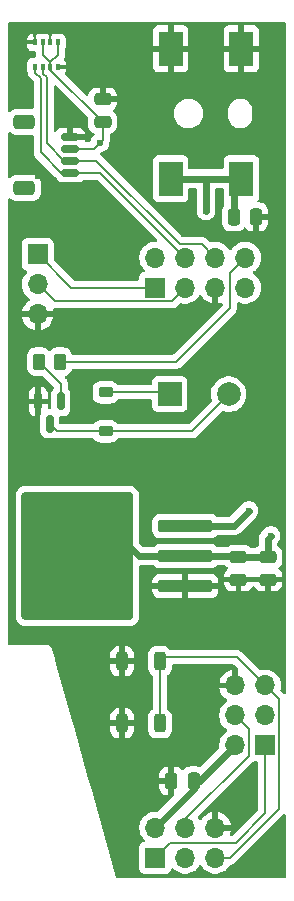
<source format=gbr>
%TF.GenerationSoftware,KiCad,Pcbnew,9.0.0*%
%TF.CreationDate,2025-03-02T17:32:46-06:00*%
%TF.ProjectId,ptSolar-Breakout,7074536f-6c61-4722-9d42-7265616b6f75,rev?*%
%TF.SameCoordinates,Original*%
%TF.FileFunction,Copper,L1,Top*%
%TF.FilePolarity,Positive*%
%FSLAX46Y46*%
G04 Gerber Fmt 4.6, Leading zero omitted, Abs format (unit mm)*
G04 Created by KiCad (PCBNEW 9.0.0) date 2025-03-02 17:32:46*
%MOMM*%
%LPD*%
G01*
G04 APERTURE LIST*
G04 Aperture macros list*
%AMRoundRect*
0 Rectangle with rounded corners*
0 $1 Rounding radius*
0 $2 $3 $4 $5 $6 $7 $8 $9 X,Y pos of 4 corners*
0 Add a 4 corners polygon primitive as box body*
4,1,4,$2,$3,$4,$5,$6,$7,$8,$9,$2,$3,0*
0 Add four circle primitives for the rounded corners*
1,1,$1+$1,$2,$3*
1,1,$1+$1,$4,$5*
1,1,$1+$1,$6,$7*
1,1,$1+$1,$8,$9*
0 Add four rect primitives between the rounded corners*
20,1,$1+$1,$2,$3,$4,$5,0*
20,1,$1+$1,$4,$5,$6,$7,0*
20,1,$1+$1,$6,$7,$8,$9,0*
20,1,$1+$1,$8,$9,$2,$3,0*%
G04 Aperture macros list end*
%TA.AperFunction,SMDPad,CuDef*%
%ADD10R,0.350000X0.500000*%
%TD*%
%TA.AperFunction,SMDPad,CuDef*%
%ADD11RoundRect,0.250000X-0.250000X0.525000X-0.250000X-0.525000X0.250000X-0.525000X0.250000X0.525000X0*%
%TD*%
%TA.AperFunction,SMDPad,CuDef*%
%ADD12RoundRect,0.150000X-0.625000X0.150000X-0.625000X-0.150000X0.625000X-0.150000X0.625000X0.150000X0*%
%TD*%
%TA.AperFunction,SMDPad,CuDef*%
%ADD13RoundRect,0.250000X-0.650000X0.350000X-0.650000X-0.350000X0.650000X-0.350000X0.650000X0.350000X0*%
%TD*%
%TA.AperFunction,SMDPad,CuDef*%
%ADD14RoundRect,0.250000X-0.250000X-0.475000X0.250000X-0.475000X0.250000X0.475000X-0.250000X0.475000X0*%
%TD*%
%TA.AperFunction,SMDPad,CuDef*%
%ADD15RoundRect,0.250000X0.475000X-0.250000X0.475000X0.250000X-0.475000X0.250000X-0.475000X-0.250000X0*%
%TD*%
%TA.AperFunction,ComponentPad*%
%ADD16R,1.700000X1.700000*%
%TD*%
%TA.AperFunction,ComponentPad*%
%ADD17O,1.700000X1.700000*%
%TD*%
%TA.AperFunction,SMDPad,CuDef*%
%ADD18RoundRect,0.250000X0.250000X0.475000X-0.250000X0.475000X-0.250000X-0.475000X0.250000X-0.475000X0*%
%TD*%
%TA.AperFunction,SMDPad,CuDef*%
%ADD19RoundRect,0.225000X-0.375000X0.225000X-0.375000X-0.225000X0.375000X-0.225000X0.375000X0.225000X0*%
%TD*%
%TA.AperFunction,SMDPad,CuDef*%
%ADD20RoundRect,0.150000X-0.150000X0.587500X-0.150000X-0.587500X0.150000X-0.587500X0.150000X0.587500X0*%
%TD*%
%TA.AperFunction,SMDPad,CuDef*%
%ADD21RoundRect,0.250000X2.050000X0.300000X-2.050000X0.300000X-2.050000X-0.300000X2.050000X-0.300000X0*%
%TD*%
%TA.AperFunction,SMDPad,CuDef*%
%ADD22RoundRect,0.250000X2.025000X2.375000X-2.025000X2.375000X-2.025000X-2.375000X2.025000X-2.375000X0*%
%TD*%
%TA.AperFunction,SMDPad,CuDef*%
%ADD23RoundRect,0.250002X4.449998X5.149998X-4.449998X5.149998X-4.449998X-5.149998X4.449998X-5.149998X0*%
%TD*%
%TA.AperFunction,SMDPad,CuDef*%
%ADD24RoundRect,0.250000X-0.475000X0.250000X-0.475000X-0.250000X0.475000X-0.250000X0.475000X0.250000X0*%
%TD*%
%TA.AperFunction,SMDPad,CuDef*%
%ADD25R,2.000000X3.000000*%
%TD*%
%TA.AperFunction,SMDPad,CuDef*%
%ADD26RoundRect,0.250000X-0.262500X-0.450000X0.262500X-0.450000X0.262500X0.450000X-0.262500X0.450000X0*%
%TD*%
%TA.AperFunction,ComponentPad*%
%ADD27R,2.000000X2.000000*%
%TD*%
%TA.AperFunction,ComponentPad*%
%ADD28C,2.000000*%
%TD*%
%TA.AperFunction,ViaPad*%
%ADD29C,0.600000*%
%TD*%
%TA.AperFunction,Conductor*%
%ADD30C,0.200000*%
%TD*%
%TA.AperFunction,Conductor*%
%ADD31C,0.600000*%
%TD*%
G04 APERTURE END LIST*
D10*
%TO.P,U2,1,GND*%
%TO.N,GND*%
X147475000Y-72025000D03*
%TO.P,U2,2,CSB*%
%TO.N,+3.3V*%
X146825000Y-72025000D03*
%TO.P,U2,3,SDI*%
%TO.N,Net-(J2-Pin_6)*%
X146175000Y-72025000D03*
%TO.P,U2,4,SCK*%
%TO.N,Net-(J2-Pin_4)*%
X145525000Y-72025000D03*
%TO.P,U2,5,SDO*%
%TO.N,GND*%
X145525000Y-69975000D03*
%TO.P,U2,6,VDDIO*%
%TO.N,+3.3V*%
X146175000Y-69975000D03*
%TO.P,U2,7,GND*%
%TO.N,GND*%
X146825000Y-69975000D03*
%TO.P,U2,8,VDD*%
%TO.N,+3.3V*%
X147475000Y-69975000D03*
%TD*%
D11*
%TO.P,SW1,1,A*%
%TO.N,/RESET*%
X156100000Y-122375000D03*
X156100000Y-127625000D03*
%TO.P,SW1,2,B*%
%TO.N,GND*%
X152900000Y-122375000D03*
X152900000Y-127625000D03*
%TD*%
D12*
%TO.P,J4,1,Pin_1*%
%TO.N,GND*%
X148500000Y-78000000D03*
%TO.P,J4,2,Pin_2*%
%TO.N,+3.3V*%
X148500000Y-79000000D03*
%TO.P,J4,3,Pin_3*%
%TO.N,Net-(J2-Pin_6)*%
X148500000Y-80000000D03*
%TO.P,J4,4,Pin_4*%
%TO.N,Net-(J2-Pin_4)*%
X148500000Y-81000000D03*
D13*
%TO.P,J4,MP*%
%TO.N,N/C*%
X144625000Y-76700000D03*
X144625000Y-82300000D03*
%TD*%
D14*
%TO.P,C1,1*%
%TO.N,Net-(U1-VI)*%
X162350000Y-84750000D03*
%TO.P,C1,2*%
%TO.N,GND*%
X164250000Y-84750000D03*
%TD*%
D15*
%TO.P,C5,1*%
%TO.N,+3.3V*%
X151250000Y-76700000D03*
%TO.P,C5,2*%
%TO.N,GND*%
X151250000Y-74800000D03*
%TD*%
D16*
%TO.P,J2,1,Pin_1*%
%TO.N,Net-(J2-Pin_1)*%
X155700000Y-90740000D03*
D17*
%TO.P,J2,2,Pin_2*%
%TO.N,+3.3V*%
X155700000Y-88200000D03*
%TO.P,J2,3,Pin_3*%
%TO.N,Net-(J2-Pin_3)*%
X158240000Y-90740000D03*
%TO.P,J2,4,Pin_4*%
%TO.N,Net-(J2-Pin_4)*%
X158240000Y-88200000D03*
%TO.P,J2,5,Pin_5*%
%TO.N,GND*%
X160780000Y-90740000D03*
%TO.P,J2,6,Pin_6*%
%TO.N,Net-(J2-Pin_6)*%
X160780000Y-88200000D03*
%TO.P,J2,7,Pin_7*%
%TO.N,unconnected-(J2-Pin_7-Pad7)*%
X163320000Y-90740000D03*
%TO.P,J2,8,Pin_8*%
%TO.N,Net-(J2-Pin_8)*%
X163320000Y-88200000D03*
%TD*%
D16*
%TO.P,J1,1,Pin_1*%
%TO.N,/MISO*%
X165000000Y-129500000D03*
D17*
%TO.P,J1,2,Pin_2*%
%TO.N,+BATT*%
X162460000Y-129500000D03*
%TO.P,J1,3,Pin_3*%
%TO.N,/SCK*%
X165000000Y-126960000D03*
%TO.P,J1,4,Pin_4*%
%TO.N,/MOSI*%
X162460000Y-126960000D03*
%TO.P,J1,5,Pin_5*%
%TO.N,/RESET*%
X165000000Y-124420000D03*
%TO.P,J1,6,Pin_6*%
%TO.N,GND*%
X162460000Y-124420000D03*
%TD*%
D18*
%TO.P,C3,1*%
%TO.N,+BATT*%
X158950000Y-132500000D03*
%TO.P,C3,2*%
%TO.N,GND*%
X157050000Y-132500000D03*
%TD*%
D19*
%TO.P,D1,1,K*%
%TO.N,+BATT*%
X151500000Y-99600000D03*
%TO.P,D1,2,A*%
%TO.N,Net-(D1-A)*%
X151500000Y-102900000D03*
%TD*%
D16*
%TO.P,J3,1,Pin_1*%
%TO.N,/MISO*%
X155700000Y-139000000D03*
D17*
%TO.P,J3,2,Pin_2*%
%TO.N,+BATT*%
X155700000Y-136460000D03*
%TO.P,J3,3,Pin_3*%
%TO.N,/SCK*%
X158240000Y-139000000D03*
%TO.P,J3,4,Pin_4*%
%TO.N,/MOSI*%
X158240000Y-136460000D03*
%TO.P,J3,5,Pin_5*%
%TO.N,/RESET*%
X160780000Y-139000000D03*
%TO.P,J3,6,Pin_6*%
%TO.N,GND*%
X160780000Y-136460000D03*
%TD*%
D20*
%TO.P,Q1,1,B*%
%TO.N,Net-(Q1-B)*%
X147700000Y-100375000D03*
%TO.P,Q1,2,E*%
%TO.N,GND*%
X145800000Y-100375000D03*
%TO.P,Q1,3,C*%
%TO.N,Net-(D1-A)*%
X146750000Y-102250000D03*
%TD*%
D21*
%TO.P,U1,1,GND*%
%TO.N,GND*%
X158250000Y-116000000D03*
%TO.P,U1,2,VO*%
%TO.N,+BATT*%
X158250000Y-113460000D03*
D22*
X151525000Y-116235000D03*
X151525000Y-110685000D03*
D23*
X149100000Y-113460000D03*
D22*
X146675000Y-116235000D03*
X146675000Y-110685000D03*
D21*
%TO.P,U1,3,VI*%
%TO.N,Net-(U1-VI)*%
X158250000Y-110920000D03*
%TD*%
D16*
%TO.P,J5,1,Pin_1*%
%TO.N,Net-(J2-Pin_1)*%
X145750000Y-87920000D03*
D17*
%TO.P,J5,2,Pin_2*%
%TO.N,Net-(J2-Pin_3)*%
X145750000Y-90460000D03*
%TO.P,J5,3,Pin_3*%
%TO.N,GND*%
X145750000Y-93000000D03*
%TD*%
D24*
%TO.P,C4,1*%
%TO.N,+BATT*%
X162750000Y-113550000D03*
%TO.P,C4,2*%
%TO.N,GND*%
X162750000Y-115450000D03*
%TD*%
D25*
%TO.P,J6,1*%
%TO.N,Net-(U1-VI)*%
X163000000Y-81500000D03*
X157000000Y-81500000D03*
%TO.P,J6,2*%
%TO.N,GND*%
X157000000Y-70500000D03*
%TO.P,J6,3*%
X163000000Y-70500000D03*
%TD*%
D24*
%TO.P,C2,1*%
%TO.N,+BATT*%
X165250000Y-113550000D03*
%TO.P,C2,2*%
%TO.N,GND*%
X165250000Y-115450000D03*
%TD*%
D26*
%TO.P,R1,1*%
%TO.N,Net-(Q1-B)*%
X145837500Y-97000000D03*
%TO.P,R1,2*%
%TO.N,Net-(J2-Pin_8)*%
X147662500Y-97000000D03*
%TD*%
D27*
%TO.P,PZ1,1*%
%TO.N,+BATT*%
X156926041Y-99750000D03*
D28*
%TO.P,PZ1,2*%
%TO.N,Net-(D1-A)*%
X161926041Y-99750000D03*
%TD*%
D29*
%TO.N,+3.3V*%
X151000000Y-78500000D03*
%TO.N,+BATT*%
X165500000Y-111750000D03*
%TO.N,Net-(U1-VI)*%
X163625000Y-109625000D03*
X160000000Y-84250000D03*
%TO.N,GND*%
X159500000Y-107000000D03*
X165500000Y-138750000D03*
X160250000Y-70500000D03*
X149000000Y-120000000D03*
X145750000Y-81250000D03*
X154000000Y-70500000D03*
X154000000Y-107000000D03*
X159500000Y-120000000D03*
X163750000Y-107000000D03*
X144750000Y-120000000D03*
X164750000Y-120000000D03*
X157750000Y-84500000D03*
X154000000Y-120000000D03*
X165750000Y-70500000D03*
X144750000Y-106750000D03*
X149000000Y-106750000D03*
%TD*%
D30*
%TO.N,Net-(D1-A)*%
X158776041Y-102900000D02*
X151500000Y-102900000D01*
X161926041Y-99750000D02*
X158776041Y-102900000D01*
%TO.N,Net-(J2-Pin_6)*%
X148000000Y-80000000D02*
X148500000Y-80000000D01*
X146500000Y-78500000D02*
X148000000Y-80000000D01*
X146500000Y-72932900D02*
X146500000Y-78500000D01*
X146175000Y-72607900D02*
X146500000Y-72932900D01*
X146175000Y-72025000D02*
X146175000Y-72607900D01*
%TO.N,GND*%
X145525000Y-69025000D02*
X145525000Y-69975000D01*
X145500000Y-69000000D02*
X145525000Y-69025000D01*
X146825000Y-69175000D02*
X147000000Y-69000000D01*
X146825000Y-69975000D02*
X146825000Y-69175000D01*
%TO.N,+3.3V*%
X146825000Y-72275000D02*
X151250000Y-76700000D01*
X146825000Y-72025000D02*
X146825000Y-72275000D01*
X147475000Y-70998000D02*
X146825000Y-71648000D01*
X147475000Y-69975000D02*
X147475000Y-70998000D01*
X146175000Y-70998000D02*
X146825000Y-71648000D01*
X146825000Y-71648000D02*
X146825000Y-72025000D01*
X146175000Y-69975000D02*
X146175000Y-70998000D01*
%TO.N,Net-(J2-Pin_4)*%
X147725001Y-81000000D02*
X148500000Y-81000000D01*
X146000000Y-79274999D02*
X147725001Y-81000000D01*
X145525000Y-72525000D02*
X146000000Y-73000000D01*
X146000000Y-73000000D02*
X146000000Y-79274999D01*
X145525000Y-72025000D02*
X145525000Y-72525000D01*
%TO.N,Net-(J2-Pin_3)*%
X147181000Y-91891000D02*
X157089000Y-91891000D01*
X157089000Y-91891000D02*
X158240000Y-90740000D01*
X145750000Y-90460000D02*
X147181000Y-91891000D01*
%TO.N,Net-(J2-Pin_1)*%
X148570000Y-90740000D02*
X145750000Y-87920000D01*
X155700000Y-90740000D02*
X148570000Y-90740000D01*
%TO.N,+3.3V*%
X151250000Y-78250000D02*
X151250000Y-76700000D01*
X150500000Y-79000000D02*
X151250000Y-78250000D01*
X148500000Y-79000000D02*
X150500000Y-79000000D01*
%TO.N,Net-(J2-Pin_6)*%
X159629000Y-87049000D02*
X157763240Y-87049000D01*
X157763240Y-87049000D02*
X150714240Y-80000000D01*
X150714240Y-80000000D02*
X148500000Y-80000000D01*
X160780000Y-88200000D02*
X159629000Y-87049000D01*
%TO.N,Net-(J2-Pin_4)*%
X151040000Y-81000000D02*
X148500000Y-81000000D01*
X158240000Y-88200000D02*
X151040000Y-81000000D01*
%TO.N,/RESET*%
X156100000Y-122375000D02*
X156100000Y-127625000D01*
D31*
%TO.N,+BATT*%
X158250000Y-113460000D02*
X162660000Y-113460000D01*
X154300000Y-113460000D02*
X151525000Y-110685000D01*
X165250000Y-112000000D02*
X165500000Y-111750000D01*
X162660000Y-113460000D02*
X162750000Y-113550000D01*
X158950000Y-132500000D02*
X158950000Y-133210000D01*
D30*
X151500000Y-99600000D02*
X156776041Y-99600000D01*
D31*
X158950000Y-133210000D02*
X155700000Y-136460000D01*
X165250000Y-113550000D02*
X165250000Y-112000000D01*
X158250000Y-113460000D02*
X154300000Y-113460000D01*
X165250000Y-113550000D02*
X162750000Y-113550000D01*
D30*
X156776041Y-99600000D02*
X156926041Y-99750000D01*
D31*
X159460000Y-132500000D02*
X162460000Y-129500000D01*
X158950000Y-132500000D02*
X159460000Y-132500000D01*
D30*
%TO.N,Net-(D1-A)*%
X146750000Y-102250000D02*
X147400000Y-102900000D01*
X147400000Y-102900000D02*
X151500000Y-102900000D01*
D31*
%TO.N,Net-(U1-VI)*%
X163625000Y-109625000D02*
X162330000Y-110920000D01*
X160000000Y-84250000D02*
X160000000Y-81500000D01*
X162330000Y-110920000D02*
X158250000Y-110920000D01*
X162350000Y-82150000D02*
X163000000Y-81500000D01*
X157000000Y-81500000D02*
X160000000Y-81500000D01*
X160000000Y-81500000D02*
X163000000Y-81500000D01*
X162350000Y-84750000D02*
X162350000Y-82150000D01*
D30*
%TO.N,/MISO*%
X162500000Y-137750000D02*
X156950000Y-137750000D01*
X156950000Y-137750000D02*
X155700000Y-139000000D01*
X165000000Y-135250000D02*
X162500000Y-137750000D01*
X165000000Y-129500000D02*
X165000000Y-135250000D01*
%TO.N,/RESET*%
X160780000Y-139000000D02*
X162000000Y-139000000D01*
X165000000Y-124420000D02*
X162605000Y-122025000D01*
X166150000Y-134850000D02*
X166150000Y-125570000D01*
X162605000Y-122025000D02*
X156250000Y-122025000D01*
X162000000Y-139000000D02*
X166150000Y-134850000D01*
X166150000Y-125570000D02*
X165000000Y-124420000D01*
%TO.N,/MOSI*%
X163610000Y-128110000D02*
X163610000Y-130390000D01*
X158240000Y-135760000D02*
X158240000Y-136460000D01*
X162460000Y-126960000D02*
X163610000Y-128110000D01*
X163610000Y-130390000D02*
X158240000Y-135760000D01*
%TO.N,Net-(Q1-B)*%
X147700000Y-98862500D02*
X145837500Y-97000000D01*
X147700000Y-100375000D02*
X147700000Y-98862500D01*
%TO.N,Net-(J2-Pin_8)*%
X162000000Y-89520000D02*
X163320000Y-88200000D01*
X162000000Y-92500000D02*
X162000000Y-89520000D01*
X157500000Y-97000000D02*
X162000000Y-92500000D01*
X147662500Y-97000000D02*
X157500000Y-97000000D01*
%TO.N,Net-(J2-Pin_1)*%
X145750000Y-88250000D02*
X145750000Y-87920000D01*
%TD*%
%TA.AperFunction,Conductor*%
%TO.N,GND*%
G36*
X166692539Y-68270185D02*
G01*
X166738294Y-68322989D01*
X166749500Y-68374500D01*
X166749500Y-125020902D01*
X166729815Y-125087941D01*
X166677011Y-125133696D01*
X166607853Y-125143640D01*
X166544297Y-125114615D01*
X166537819Y-125108583D01*
X166333757Y-124904522D01*
X166300272Y-124843199D01*
X166303507Y-124778523D01*
X166317246Y-124736243D01*
X166350500Y-124526287D01*
X166350500Y-124313713D01*
X166317246Y-124103757D01*
X166251557Y-123901588D01*
X166155051Y-123712184D01*
X166155049Y-123712181D01*
X166155048Y-123712179D01*
X166030109Y-123540213D01*
X165879786Y-123389890D01*
X165707820Y-123264951D01*
X165518414Y-123168444D01*
X165518413Y-123168443D01*
X165518412Y-123168443D01*
X165316243Y-123102754D01*
X165316241Y-123102753D01*
X165316240Y-123102753D01*
X165154957Y-123077208D01*
X165106287Y-123069500D01*
X164893713Y-123069500D01*
X164865006Y-123074046D01*
X164683757Y-123102753D01*
X164641473Y-123116492D01*
X164571632Y-123118486D01*
X164515476Y-123086241D01*
X163092590Y-121663355D01*
X163092588Y-121663352D01*
X162973717Y-121544481D01*
X162973716Y-121544480D01*
X162886904Y-121494360D01*
X162886904Y-121494359D01*
X162886900Y-121494358D01*
X162836785Y-121465423D01*
X162684057Y-121424499D01*
X162525943Y-121424499D01*
X162518347Y-121424499D01*
X162518331Y-121424500D01*
X157036868Y-121424500D01*
X156969829Y-121404815D01*
X156948653Y-121385616D01*
X156947819Y-121386451D01*
X156818657Y-121257289D01*
X156818656Y-121257288D01*
X156669334Y-121165186D01*
X156502797Y-121110001D01*
X156502795Y-121110000D01*
X156400010Y-121099500D01*
X155799998Y-121099500D01*
X155799980Y-121099501D01*
X155697203Y-121110000D01*
X155697200Y-121110001D01*
X155530668Y-121165185D01*
X155530663Y-121165187D01*
X155381342Y-121257289D01*
X155257289Y-121381342D01*
X155165187Y-121530663D01*
X155165185Y-121530668D01*
X155165115Y-121530880D01*
X155110001Y-121697203D01*
X155110001Y-121697204D01*
X155110000Y-121697204D01*
X155099500Y-121799983D01*
X155099500Y-122950001D01*
X155099501Y-122950018D01*
X155110000Y-123052796D01*
X155110001Y-123052799D01*
X155148475Y-123168903D01*
X155165186Y-123219334D01*
X155257288Y-123368656D01*
X155381344Y-123492712D01*
X155440596Y-123529258D01*
X155487321Y-123581204D01*
X155499500Y-123634797D01*
X155499500Y-126365201D01*
X155479815Y-126432240D01*
X155440598Y-126470739D01*
X155381344Y-126507287D01*
X155257289Y-126631342D01*
X155165187Y-126780663D01*
X155165185Y-126780668D01*
X155165115Y-126780880D01*
X155110001Y-126947203D01*
X155110001Y-126947204D01*
X155110000Y-126947204D01*
X155099500Y-127049983D01*
X155099500Y-128200001D01*
X155099501Y-128200018D01*
X155110000Y-128302796D01*
X155110001Y-128302799D01*
X155165185Y-128469331D01*
X155165187Y-128469336D01*
X155200069Y-128525888D01*
X155257288Y-128618656D01*
X155381344Y-128742712D01*
X155530666Y-128834814D01*
X155697203Y-128889999D01*
X155799991Y-128900500D01*
X156400008Y-128900499D01*
X156400016Y-128900498D01*
X156400019Y-128900498D01*
X156456302Y-128894748D01*
X156502797Y-128889999D01*
X156669334Y-128834814D01*
X156818656Y-128742712D01*
X156942712Y-128618656D01*
X157034814Y-128469334D01*
X157089999Y-128302797D01*
X157100500Y-128200009D01*
X157100499Y-127049992D01*
X157089999Y-126947203D01*
X157034814Y-126780666D01*
X156942712Y-126631344D01*
X156818656Y-126507288D01*
X156818655Y-126507287D01*
X156759402Y-126470739D01*
X156712678Y-126418791D01*
X156700500Y-126365201D01*
X156700500Y-123634797D01*
X156720185Y-123567758D01*
X156759403Y-123529258D01*
X156818656Y-123492712D01*
X156942712Y-123368656D01*
X157034814Y-123219334D01*
X157089999Y-123052797D01*
X157100500Y-122950009D01*
X157100500Y-122749500D01*
X157120185Y-122682461D01*
X157172989Y-122636706D01*
X157224500Y-122625500D01*
X162304903Y-122625500D01*
X162371942Y-122645185D01*
X162392584Y-122661819D01*
X162676381Y-122945616D01*
X162709866Y-123006939D01*
X162707816Y-123035603D01*
X162710000Y-123035603D01*
X162710000Y-123986988D01*
X162652993Y-123954075D01*
X162525826Y-123920000D01*
X162394174Y-123920000D01*
X162267007Y-123954075D01*
X162210000Y-123986988D01*
X162210000Y-123092768D01*
X162209999Y-123092768D01*
X162143875Y-123103241D01*
X161941784Y-123168903D01*
X161752442Y-123265379D01*
X161580540Y-123390272D01*
X161580535Y-123390276D01*
X161430276Y-123540535D01*
X161430272Y-123540540D01*
X161305379Y-123712442D01*
X161208904Y-123901782D01*
X161143242Y-124103870D01*
X161143242Y-124103873D01*
X161132769Y-124170000D01*
X162026988Y-124170000D01*
X161994075Y-124227007D01*
X161960000Y-124354174D01*
X161960000Y-124485826D01*
X161994075Y-124612993D01*
X162026988Y-124670000D01*
X161132769Y-124670000D01*
X161143242Y-124736126D01*
X161143242Y-124736129D01*
X161208904Y-124938217D01*
X161305379Y-125127557D01*
X161430272Y-125299459D01*
X161430276Y-125299464D01*
X161580535Y-125449723D01*
X161580540Y-125449727D01*
X161752444Y-125574622D01*
X161761495Y-125579234D01*
X161812292Y-125627208D01*
X161829087Y-125695029D01*
X161806550Y-125761164D01*
X161761499Y-125800202D01*
X161752182Y-125804949D01*
X161580213Y-125929890D01*
X161429890Y-126080213D01*
X161304951Y-126252179D01*
X161208444Y-126441585D01*
X161142753Y-126643760D01*
X161121069Y-126780668D01*
X161109500Y-126853713D01*
X161109500Y-127066287D01*
X161142754Y-127276243D01*
X161174842Y-127375000D01*
X161208444Y-127478414D01*
X161304951Y-127667820D01*
X161429890Y-127839786D01*
X161580213Y-127990109D01*
X161752182Y-128115050D01*
X161760946Y-128119516D01*
X161811742Y-128167491D01*
X161828536Y-128235312D01*
X161805998Y-128301447D01*
X161760946Y-128340484D01*
X161752182Y-128344949D01*
X161580213Y-128469890D01*
X161429890Y-128620213D01*
X161304951Y-128792179D01*
X161208444Y-128981585D01*
X161142753Y-129183760D01*
X161109500Y-129393713D01*
X161109500Y-129606287D01*
X161109499Y-129606287D01*
X161114948Y-129640686D01*
X161105993Y-129709979D01*
X161080156Y-129747764D01*
X159549682Y-131278238D01*
X159488359Y-131311723D01*
X159422997Y-131308263D01*
X159352798Y-131285001D01*
X159250010Y-131274500D01*
X158649998Y-131274500D01*
X158649980Y-131274501D01*
X158547203Y-131285000D01*
X158547200Y-131285001D01*
X158380668Y-131340185D01*
X158380663Y-131340187D01*
X158231342Y-131432289D01*
X158107288Y-131556343D01*
X158107283Y-131556349D01*
X158105241Y-131559661D01*
X158103247Y-131561453D01*
X158102807Y-131562011D01*
X158102711Y-131561935D01*
X158053291Y-131606383D01*
X157984328Y-131617602D01*
X157920247Y-131589755D01*
X157894168Y-131559656D01*
X157892319Y-131556659D01*
X157892316Y-131556655D01*
X157768345Y-131432684D01*
X157619124Y-131340643D01*
X157619119Y-131340641D01*
X157452697Y-131285494D01*
X157452690Y-131285493D01*
X157349986Y-131275000D01*
X157300000Y-131275000D01*
X157300000Y-133676558D01*
X157280315Y-133743597D01*
X157263681Y-133764239D01*
X155947764Y-135080156D01*
X155886441Y-135113641D01*
X155840686Y-135114948D01*
X155806287Y-135109500D01*
X155593713Y-135109500D01*
X155567568Y-135113641D01*
X155383760Y-135142753D01*
X155181585Y-135208444D01*
X154992179Y-135304951D01*
X154820213Y-135429890D01*
X154669890Y-135580213D01*
X154544951Y-135752179D01*
X154448444Y-135941585D01*
X154382753Y-136143760D01*
X154349500Y-136353713D01*
X154349500Y-136566286D01*
X154382753Y-136776239D01*
X154448444Y-136978414D01*
X154544951Y-137167820D01*
X154669890Y-137339786D01*
X154783430Y-137453326D01*
X154816915Y-137514649D01*
X154811931Y-137584341D01*
X154770059Y-137640274D01*
X154739083Y-137657189D01*
X154607669Y-137706203D01*
X154607664Y-137706206D01*
X154492455Y-137792452D01*
X154492452Y-137792455D01*
X154406206Y-137907664D01*
X154406202Y-137907671D01*
X154355908Y-138042517D01*
X154349501Y-138102116D01*
X154349500Y-138102135D01*
X154349500Y-139897870D01*
X154349501Y-139897876D01*
X154355908Y-139957483D01*
X154406202Y-140092328D01*
X154406206Y-140092335D01*
X154492452Y-140207544D01*
X154492455Y-140207547D01*
X154607664Y-140293793D01*
X154607671Y-140293797D01*
X154742517Y-140344091D01*
X154742516Y-140344091D01*
X154749444Y-140344835D01*
X154802127Y-140350500D01*
X156597872Y-140350499D01*
X156657483Y-140344091D01*
X156792331Y-140293796D01*
X156907546Y-140207546D01*
X156993796Y-140092331D01*
X157042810Y-139960916D01*
X157084681Y-139904984D01*
X157150145Y-139880566D01*
X157218418Y-139895417D01*
X157246673Y-139916569D01*
X157360213Y-140030109D01*
X157532179Y-140155048D01*
X157532181Y-140155049D01*
X157532184Y-140155051D01*
X157721588Y-140251557D01*
X157923757Y-140317246D01*
X158133713Y-140350500D01*
X158133714Y-140350500D01*
X158346286Y-140350500D01*
X158346287Y-140350500D01*
X158556243Y-140317246D01*
X158758412Y-140251557D01*
X158947816Y-140155051D01*
X159034138Y-140092335D01*
X159119786Y-140030109D01*
X159119788Y-140030106D01*
X159119792Y-140030104D01*
X159270104Y-139879792D01*
X159270106Y-139879788D01*
X159270109Y-139879786D01*
X159395048Y-139707820D01*
X159395047Y-139707820D01*
X159395051Y-139707816D01*
X159399514Y-139699054D01*
X159447488Y-139648259D01*
X159515308Y-139631463D01*
X159581444Y-139653999D01*
X159620486Y-139699056D01*
X159624951Y-139707820D01*
X159749890Y-139879786D01*
X159900213Y-140030109D01*
X160072179Y-140155048D01*
X160072181Y-140155049D01*
X160072184Y-140155051D01*
X160261588Y-140251557D01*
X160463757Y-140317246D01*
X160673713Y-140350500D01*
X160673714Y-140350500D01*
X160886286Y-140350500D01*
X160886287Y-140350500D01*
X161096243Y-140317246D01*
X161298412Y-140251557D01*
X161487816Y-140155051D01*
X161574138Y-140092335D01*
X161659786Y-140030109D01*
X161659788Y-140030106D01*
X161659792Y-140030104D01*
X161810104Y-139879792D01*
X161810106Y-139879788D01*
X161810109Y-139879786D01*
X161935048Y-139707820D01*
X161935047Y-139707820D01*
X161935051Y-139707816D01*
X161955233Y-139668205D01*
X162003207Y-139617410D01*
X162065718Y-139600501D01*
X162079054Y-139600501D01*
X162079057Y-139600501D01*
X162231785Y-139559577D01*
X162281904Y-139530639D01*
X162368716Y-139480520D01*
X162480520Y-139368716D01*
X162480520Y-139368714D01*
X162490728Y-139358507D01*
X162490730Y-139358504D01*
X166518713Y-135330521D01*
X166518716Y-135330520D01*
X166537825Y-135311410D01*
X166580021Y-135288372D01*
X166599142Y-135277932D01*
X166599144Y-135277932D01*
X166599148Y-135277930D01*
X166641470Y-135280959D01*
X166668834Y-135282916D01*
X166668836Y-135282917D01*
X166668840Y-135282918D01*
X166695012Y-135302513D01*
X166724767Y-135324788D01*
X166724768Y-135324790D01*
X166724771Y-135324793D01*
X166740224Y-135366232D01*
X166749184Y-135390252D01*
X166749184Y-135390255D01*
X166749185Y-135390258D01*
X166749184Y-135390261D01*
X166749500Y-135399098D01*
X166749500Y-140625500D01*
X166729815Y-140692539D01*
X166677011Y-140738294D01*
X166625500Y-140749500D01*
X152474352Y-140749500D01*
X152407313Y-140729815D01*
X152361558Y-140677011D01*
X152354897Y-140658766D01*
X152269051Y-140350500D01*
X150229035Y-133024986D01*
X156050001Y-133024986D01*
X156060494Y-133127697D01*
X156115641Y-133294119D01*
X156115643Y-133294124D01*
X156207684Y-133443345D01*
X156331654Y-133567315D01*
X156480875Y-133659356D01*
X156480880Y-133659358D01*
X156647302Y-133714505D01*
X156647309Y-133714506D01*
X156750019Y-133724999D01*
X156799999Y-133724998D01*
X156800000Y-133724998D01*
X156800000Y-132750000D01*
X156050001Y-132750000D01*
X156050001Y-133024986D01*
X150229035Y-133024986D01*
X149936637Y-131975013D01*
X156050000Y-131975013D01*
X156050000Y-132250000D01*
X156800000Y-132250000D01*
X156800000Y-131275000D01*
X156799999Y-131274999D01*
X156750029Y-131275000D01*
X156750011Y-131275001D01*
X156647302Y-131285494D01*
X156480880Y-131340641D01*
X156480875Y-131340643D01*
X156331654Y-131432684D01*
X156207684Y-131556654D01*
X156115643Y-131705875D01*
X156115641Y-131705880D01*
X156060494Y-131872302D01*
X156060493Y-131872309D01*
X156050000Y-131975013D01*
X149936637Y-131975013D01*
X148885363Y-128199986D01*
X151900001Y-128199986D01*
X151910494Y-128302697D01*
X151965641Y-128469119D01*
X151965643Y-128469124D01*
X152057684Y-128618345D01*
X152181654Y-128742315D01*
X152330875Y-128834356D01*
X152330880Y-128834358D01*
X152497302Y-128889505D01*
X152497309Y-128889506D01*
X152600019Y-128899999D01*
X153150000Y-128899999D01*
X153199972Y-128899999D01*
X153199986Y-128899998D01*
X153302697Y-128889505D01*
X153469119Y-128834358D01*
X153469124Y-128834356D01*
X153618345Y-128742315D01*
X153742315Y-128618345D01*
X153834356Y-128469124D01*
X153834358Y-128469119D01*
X153889505Y-128302697D01*
X153889506Y-128302690D01*
X153899999Y-128199986D01*
X153900000Y-128199973D01*
X153900000Y-127875000D01*
X153150000Y-127875000D01*
X153150000Y-128899999D01*
X152600019Y-128899999D01*
X152649999Y-128899998D01*
X152650000Y-128899998D01*
X152650000Y-127875000D01*
X151900001Y-127875000D01*
X151900001Y-128199986D01*
X148885363Y-128199986D01*
X148565117Y-127050013D01*
X151900000Y-127050013D01*
X151900000Y-127375000D01*
X152650000Y-127375000D01*
X153150000Y-127375000D01*
X153899999Y-127375000D01*
X153899999Y-127050028D01*
X153899998Y-127050013D01*
X153889505Y-126947302D01*
X153834358Y-126780880D01*
X153834356Y-126780875D01*
X153742315Y-126631654D01*
X153618345Y-126507684D01*
X153469124Y-126415643D01*
X153469119Y-126415641D01*
X153302697Y-126360494D01*
X153302690Y-126360493D01*
X153199986Y-126350000D01*
X153150000Y-126350000D01*
X153150000Y-127375000D01*
X152650000Y-127375000D01*
X152650000Y-126350000D01*
X152649999Y-126349999D01*
X152600029Y-126350000D01*
X152600011Y-126350001D01*
X152497302Y-126360494D01*
X152330880Y-126415641D01*
X152330875Y-126415643D01*
X152181654Y-126507684D01*
X152057684Y-126631654D01*
X151965643Y-126780875D01*
X151965641Y-126780880D01*
X151910494Y-126947302D01*
X151910493Y-126947309D01*
X151900000Y-127050013D01*
X148565117Y-127050013D01*
X147423338Y-122949986D01*
X151900001Y-122949986D01*
X151910494Y-123052697D01*
X151965641Y-123219119D01*
X151965643Y-123219124D01*
X152057684Y-123368345D01*
X152181654Y-123492315D01*
X152330875Y-123584356D01*
X152330880Y-123584358D01*
X152497302Y-123639505D01*
X152497309Y-123639506D01*
X152600019Y-123649999D01*
X153150000Y-123649999D01*
X153199972Y-123649999D01*
X153199986Y-123649998D01*
X153302697Y-123639505D01*
X153469119Y-123584358D01*
X153469124Y-123584356D01*
X153618345Y-123492315D01*
X153742315Y-123368345D01*
X153834356Y-123219124D01*
X153834358Y-123219119D01*
X153889505Y-123052697D01*
X153889506Y-123052690D01*
X153899999Y-122949986D01*
X153900000Y-122949973D01*
X153900000Y-122625000D01*
X153150000Y-122625000D01*
X153150000Y-123649999D01*
X152600019Y-123649999D01*
X152649999Y-123649998D01*
X152650000Y-123649998D01*
X152650000Y-122625000D01*
X151900001Y-122625000D01*
X151900001Y-122949986D01*
X147423338Y-122949986D01*
X147103092Y-121800013D01*
X151900000Y-121800013D01*
X151900000Y-122125000D01*
X152650000Y-122125000D01*
X153150000Y-122125000D01*
X153899999Y-122125000D01*
X153899999Y-121800028D01*
X153899998Y-121800013D01*
X153889505Y-121697302D01*
X153834358Y-121530880D01*
X153834356Y-121530875D01*
X153742315Y-121381654D01*
X153618345Y-121257684D01*
X153469124Y-121165643D01*
X153469119Y-121165641D01*
X153302697Y-121110494D01*
X153302690Y-121110493D01*
X153199986Y-121100000D01*
X153150000Y-121100000D01*
X153150000Y-122125000D01*
X152650000Y-122125000D01*
X152650000Y-121100000D01*
X152649999Y-121099999D01*
X152600029Y-121100000D01*
X152600011Y-121100001D01*
X152497302Y-121110494D01*
X152330880Y-121165641D01*
X152330875Y-121165643D01*
X152181654Y-121257684D01*
X152057684Y-121381654D01*
X151965643Y-121530875D01*
X151965641Y-121530880D01*
X151910494Y-121697302D01*
X151910493Y-121697309D01*
X151900000Y-121800013D01*
X147103092Y-121800013D01*
X146982819Y-121368122D01*
X146966392Y-121306814D01*
X146965145Y-121304656D01*
X146964478Y-121302258D01*
X146964476Y-121302256D01*
X146964476Y-121302253D01*
X146932458Y-121248030D01*
X146931923Y-121247112D01*
X146900504Y-121192692D01*
X146900501Y-121192689D01*
X146900500Y-121192686D01*
X146900497Y-121192683D01*
X146898611Y-121190226D01*
X146898589Y-121190198D01*
X146897585Y-121188889D01*
X146852560Y-121144738D01*
X146852147Y-121144333D01*
X146807314Y-121099500D01*
X146805155Y-121098253D01*
X146803375Y-121096508D01*
X146748669Y-121065634D01*
X146747627Y-121065039D01*
X146693182Y-121033605D01*
X146690314Y-121032417D01*
X146688780Y-121031781D01*
X146627703Y-121016056D01*
X146627703Y-121016055D01*
X146627037Y-121015883D01*
X146565892Y-120999500D01*
X146563402Y-120999500D01*
X146560982Y-120998877D01*
X146498155Y-120999494D01*
X146496939Y-120999500D01*
X143374500Y-120999500D01*
X143307461Y-120979815D01*
X143261706Y-120927011D01*
X143250500Y-120875500D01*
X143250500Y-108259985D01*
X143899500Y-108259985D01*
X143899500Y-118660001D01*
X143899501Y-118660018D01*
X143910000Y-118762796D01*
X143910001Y-118762799D01*
X143965185Y-118929331D01*
X143965186Y-118929334D01*
X144057288Y-119078656D01*
X144181344Y-119202712D01*
X144330666Y-119294814D01*
X144497203Y-119349999D01*
X144599991Y-119360500D01*
X144599991Y-119360499D01*
X144599992Y-119360499D01*
X144599993Y-119360500D01*
X144599995Y-119360499D01*
X144606271Y-119361141D01*
X144606272Y-119361141D01*
X144606280Y-119361142D01*
X144613432Y-119361873D01*
X144621384Y-119360499D01*
X149449985Y-119360499D01*
X149449991Y-119360500D01*
X153600008Y-119360499D01*
X153702797Y-119349999D01*
X153869334Y-119294814D01*
X154018656Y-119202712D01*
X154142712Y-119078656D01*
X154234814Y-118929334D01*
X154289999Y-118762797D01*
X154300500Y-118660009D01*
X154300500Y-118660006D01*
X154300500Y-116349986D01*
X155450001Y-116349986D01*
X155460494Y-116452697D01*
X155515641Y-116619119D01*
X155515643Y-116619124D01*
X155607684Y-116768345D01*
X155731654Y-116892315D01*
X155880875Y-116984356D01*
X155880880Y-116984358D01*
X156047302Y-117039505D01*
X156047309Y-117039506D01*
X156150019Y-117049999D01*
X157999999Y-117049999D01*
X158500000Y-117049999D01*
X160349972Y-117049999D01*
X160349986Y-117049998D01*
X160452697Y-117039505D01*
X160619119Y-116984358D01*
X160619124Y-116984356D01*
X160768345Y-116892315D01*
X160892315Y-116768345D01*
X160984356Y-116619124D01*
X160984358Y-116619119D01*
X161039505Y-116452697D01*
X161039506Y-116452690D01*
X161049999Y-116349986D01*
X161050000Y-116349973D01*
X161050000Y-116250000D01*
X158500000Y-116250000D01*
X158500000Y-117049999D01*
X157999999Y-117049999D01*
X158000000Y-117049998D01*
X158000000Y-116250000D01*
X155450001Y-116250000D01*
X155450001Y-116349986D01*
X154300500Y-116349986D01*
X154300500Y-115650013D01*
X155450000Y-115650013D01*
X155450000Y-115750000D01*
X158000000Y-115750000D01*
X158500000Y-115750000D01*
X161049999Y-115750000D01*
X161049999Y-115749986D01*
X161525001Y-115749986D01*
X161535494Y-115852697D01*
X161590641Y-116019119D01*
X161590643Y-116019124D01*
X161682684Y-116168345D01*
X161806654Y-116292315D01*
X161955875Y-116384356D01*
X161955880Y-116384358D01*
X162122302Y-116439505D01*
X162122309Y-116439506D01*
X162225019Y-116449999D01*
X162499999Y-116449999D01*
X163000000Y-116449999D01*
X163274972Y-116449999D01*
X163274986Y-116449998D01*
X163377697Y-116439505D01*
X163544119Y-116384358D01*
X163544124Y-116384356D01*
X163693345Y-116292315D01*
X163817315Y-116168345D01*
X163894461Y-116043273D01*
X163946409Y-115996549D01*
X164015372Y-115985326D01*
X164079454Y-116013170D01*
X164105539Y-116043273D01*
X164182684Y-116168345D01*
X164306654Y-116292315D01*
X164455875Y-116384356D01*
X164455880Y-116384358D01*
X164622302Y-116439505D01*
X164622309Y-116439506D01*
X164725019Y-116449999D01*
X164999999Y-116449999D01*
X165500000Y-116449999D01*
X165774972Y-116449999D01*
X165774986Y-116449998D01*
X165877697Y-116439505D01*
X166044119Y-116384358D01*
X166044124Y-116384356D01*
X166193345Y-116292315D01*
X166317315Y-116168345D01*
X166409356Y-116019124D01*
X166409358Y-116019119D01*
X166464505Y-115852697D01*
X166464506Y-115852690D01*
X166474999Y-115749986D01*
X166475000Y-115749973D01*
X166475000Y-115700000D01*
X165500000Y-115700000D01*
X165500000Y-116449999D01*
X164999999Y-116449999D01*
X165000000Y-116449998D01*
X165000000Y-115700000D01*
X163000000Y-115700000D01*
X163000000Y-116449999D01*
X162499999Y-116449999D01*
X162500000Y-116449998D01*
X162500000Y-115700000D01*
X161525001Y-115700000D01*
X161525001Y-115749986D01*
X161049999Y-115749986D01*
X161049999Y-115650028D01*
X161049998Y-115650013D01*
X161039505Y-115547302D01*
X160984358Y-115380880D01*
X160984356Y-115380875D01*
X160892315Y-115231654D01*
X160768345Y-115107684D01*
X160619124Y-115015643D01*
X160619119Y-115015641D01*
X160452697Y-114960494D01*
X160452690Y-114960493D01*
X160349986Y-114950000D01*
X158500000Y-114950000D01*
X158500000Y-115750000D01*
X158000000Y-115750000D01*
X158000000Y-114950000D01*
X156150028Y-114950000D01*
X156150012Y-114950001D01*
X156047302Y-114960494D01*
X155880880Y-115015641D01*
X155880875Y-115015643D01*
X155731654Y-115107684D01*
X155607684Y-115231654D01*
X155515643Y-115380875D01*
X155515641Y-115380880D01*
X155460494Y-115547302D01*
X155460493Y-115547309D01*
X155450000Y-115650013D01*
X154300500Y-115650013D01*
X154300500Y-114384500D01*
X154320185Y-114317461D01*
X154372989Y-114271706D01*
X154424500Y-114260500D01*
X155587770Y-114260500D01*
X155654809Y-114280185D01*
X155675451Y-114296819D01*
X155731344Y-114352712D01*
X155880666Y-114444814D01*
X156047203Y-114499999D01*
X156149991Y-114510500D01*
X160350008Y-114510499D01*
X160452797Y-114499999D01*
X160619334Y-114444814D01*
X160768656Y-114352712D01*
X160824549Y-114296819D01*
X160885872Y-114263334D01*
X160912230Y-114260500D01*
X161622770Y-114260500D01*
X161650765Y-114268720D01*
X161679432Y-114274203D01*
X161686171Y-114279116D01*
X161689809Y-114280185D01*
X161708211Y-114294635D01*
X161709348Y-114295716D01*
X161806344Y-114392712D01*
X161820642Y-114401531D01*
X161830000Y-114410428D01*
X161841300Y-114429936D01*
X161856379Y-114446699D01*
X161858476Y-114459586D01*
X161865022Y-114470886D01*
X161863981Y-114493408D01*
X161867603Y-114515661D01*
X161862399Y-114527637D01*
X161861797Y-114540682D01*
X161848744Y-114559067D01*
X161839761Y-114579744D01*
X161824956Y-114592573D01*
X161821350Y-114597654D01*
X161817143Y-114599345D01*
X161809665Y-114605826D01*
X161806660Y-114607679D01*
X161806655Y-114607683D01*
X161682684Y-114731654D01*
X161590643Y-114880875D01*
X161590641Y-114880880D01*
X161535494Y-115047302D01*
X161535493Y-115047309D01*
X161525000Y-115150013D01*
X161525000Y-115200000D01*
X166474999Y-115200000D01*
X166474999Y-115150028D01*
X166474998Y-115150013D01*
X166464505Y-115047302D01*
X166409358Y-114880880D01*
X166409356Y-114880875D01*
X166317315Y-114731654D01*
X166193344Y-114607683D01*
X166193341Y-114607681D01*
X166190339Y-114605829D01*
X166188713Y-114604021D01*
X166187677Y-114603202D01*
X166187817Y-114603024D01*
X166143617Y-114553880D01*
X166132397Y-114484917D01*
X166160243Y-114420836D01*
X166190344Y-114394754D01*
X166193656Y-114392712D01*
X166317712Y-114268656D01*
X166409814Y-114119334D01*
X166464999Y-113952797D01*
X166475500Y-113850009D01*
X166475499Y-113249992D01*
X166464999Y-113147203D01*
X166409814Y-112980666D01*
X166317712Y-112831344D01*
X166193656Y-112707288D01*
X166193652Y-112707285D01*
X166109403Y-112655319D01*
X166102580Y-112647733D01*
X166093297Y-112643494D01*
X166079608Y-112622193D01*
X166062678Y-112603371D01*
X166060033Y-112591734D01*
X166055523Y-112584716D01*
X166050500Y-112549781D01*
X166050500Y-112382940D01*
X166070185Y-112315901D01*
X166086819Y-112295259D01*
X166121788Y-112260290D01*
X166121790Y-112260287D01*
X166209390Y-112129185D01*
X166209390Y-112129184D01*
X166209394Y-112129179D01*
X166269737Y-111983497D01*
X166272323Y-111970499D01*
X166282138Y-111921158D01*
X166300499Y-111828847D01*
X166300500Y-111828844D01*
X166300500Y-111671155D01*
X166300499Y-111671153D01*
X166292193Y-111629397D01*
X166269737Y-111516503D01*
X166234026Y-111430289D01*
X166212455Y-111378212D01*
X166209397Y-111370828D01*
X166209396Y-111370827D01*
X166209394Y-111370821D01*
X166209390Y-111370815D01*
X166121789Y-111239710D01*
X166010291Y-111128212D01*
X166010288Y-111128210D01*
X165879185Y-111040609D01*
X165879172Y-111040602D01*
X165733501Y-110980264D01*
X165733489Y-110980261D01*
X165578845Y-110949500D01*
X165578842Y-110949500D01*
X165421157Y-110949500D01*
X165421154Y-110949500D01*
X165266509Y-110980261D01*
X165266497Y-110980264D01*
X165223832Y-110997936D01*
X165223833Y-110997937D01*
X165120823Y-111040604D01*
X165120814Y-111040609D01*
X164989712Y-111128209D01*
X164989711Y-111128211D01*
X164989710Y-111128212D01*
X164739711Y-111378211D01*
X164687634Y-111430288D01*
X164628209Y-111489712D01*
X164540609Y-111620814D01*
X164540602Y-111620827D01*
X164480264Y-111766498D01*
X164480261Y-111766510D01*
X164449500Y-111921153D01*
X164449500Y-112549781D01*
X164447305Y-112557253D01*
X164448570Y-112564937D01*
X164437600Y-112590306D01*
X164429815Y-112616820D01*
X164423230Y-112623539D01*
X164420840Y-112629068D01*
X164400583Y-112646650D01*
X164394640Y-112652716D01*
X164392621Y-112654071D01*
X164306344Y-112707288D01*
X164291921Y-112721710D01*
X164281910Y-112728435D01*
X164259631Y-112735470D01*
X164239128Y-112746666D01*
X164216460Y-112749103D01*
X164215283Y-112749475D01*
X164214636Y-112749299D01*
X164212770Y-112749500D01*
X163787230Y-112749500D01*
X163720191Y-112729815D01*
X163699549Y-112713181D01*
X163693657Y-112707289D01*
X163693656Y-112707288D01*
X163584264Y-112639815D01*
X163544336Y-112615187D01*
X163544331Y-112615185D01*
X163542862Y-112614698D01*
X163377797Y-112560001D01*
X163377795Y-112560000D01*
X163275010Y-112549500D01*
X162224998Y-112549500D01*
X162224980Y-112549501D01*
X162122203Y-112560000D01*
X162122200Y-112560001D01*
X161955668Y-112615185D01*
X161955659Y-112615189D01*
X161913751Y-112641039D01*
X161848655Y-112659500D01*
X160912230Y-112659500D01*
X160845191Y-112639815D01*
X160824549Y-112623181D01*
X160768657Y-112567289D01*
X160768656Y-112567288D01*
X160619334Y-112475186D01*
X160452797Y-112420001D01*
X160452795Y-112420000D01*
X160350010Y-112409500D01*
X156149998Y-112409500D01*
X156149981Y-112409501D01*
X156047203Y-112420000D01*
X156047200Y-112420001D01*
X155880668Y-112475185D01*
X155880663Y-112475187D01*
X155731342Y-112567289D01*
X155675451Y-112623181D01*
X155614128Y-112656666D01*
X155587770Y-112659500D01*
X154682940Y-112659500D01*
X154615901Y-112639815D01*
X154595259Y-112623181D01*
X154336818Y-112364740D01*
X154303333Y-112303417D01*
X154300499Y-112277059D01*
X154300499Y-110569983D01*
X155449500Y-110569983D01*
X155449500Y-111270001D01*
X155449501Y-111270019D01*
X155460000Y-111372796D01*
X155460001Y-111372799D01*
X155507623Y-111516510D01*
X155515186Y-111539334D01*
X155607288Y-111688656D01*
X155731344Y-111812712D01*
X155880666Y-111904814D01*
X156047203Y-111959999D01*
X156149991Y-111970500D01*
X160350008Y-111970499D01*
X160452797Y-111959999D01*
X160619334Y-111904814D01*
X160768656Y-111812712D01*
X160824549Y-111756819D01*
X160885872Y-111723334D01*
X160912230Y-111720500D01*
X162408844Y-111720500D01*
X162408845Y-111720499D01*
X162563497Y-111689737D01*
X162709179Y-111629394D01*
X162840289Y-111541789D01*
X164246789Y-110135289D01*
X164334394Y-110004179D01*
X164394738Y-109858497D01*
X164425500Y-109703842D01*
X164425500Y-109546157D01*
X164394738Y-109391502D01*
X164334394Y-109245821D01*
X164334392Y-109245818D01*
X164334390Y-109245814D01*
X164246789Y-109114709D01*
X164135290Y-109003210D01*
X164004185Y-108915609D01*
X164004175Y-108915604D01*
X163858498Y-108855262D01*
X163858490Y-108855260D01*
X163703847Y-108824500D01*
X163703843Y-108824500D01*
X163546158Y-108824500D01*
X163546153Y-108824500D01*
X163391510Y-108855260D01*
X163391502Y-108855262D01*
X163245824Y-108915604D01*
X163245814Y-108915609D01*
X163114711Y-109003210D01*
X163114707Y-109003213D01*
X162034741Y-110083181D01*
X161973418Y-110116666D01*
X161947060Y-110119500D01*
X160912230Y-110119500D01*
X160845191Y-110099815D01*
X160824549Y-110083181D01*
X160768657Y-110027289D01*
X160768656Y-110027288D01*
X160619334Y-109935186D01*
X160452797Y-109880001D01*
X160452795Y-109880000D01*
X160350010Y-109869500D01*
X156149998Y-109869500D01*
X156149981Y-109869501D01*
X156047203Y-109880000D01*
X156047200Y-109880001D01*
X155880668Y-109935185D01*
X155880663Y-109935187D01*
X155731342Y-110027289D01*
X155607289Y-110151342D01*
X155515187Y-110300663D01*
X155515186Y-110300666D01*
X155460001Y-110467203D01*
X155460001Y-110467204D01*
X155460000Y-110467204D01*
X155449500Y-110569983D01*
X154300499Y-110569983D01*
X154300499Y-108259998D01*
X154300498Y-108259981D01*
X154289999Y-108157203D01*
X154289998Y-108157200D01*
X154235667Y-107993241D01*
X154234814Y-107990666D01*
X154142712Y-107841344D01*
X154018656Y-107717288D01*
X153869334Y-107625186D01*
X153702797Y-107570001D01*
X153702795Y-107570000D01*
X153600016Y-107559500D01*
X153600009Y-107559500D01*
X153600007Y-107559500D01*
X148750014Y-107559500D01*
X148750009Y-107559500D01*
X144599998Y-107559500D01*
X144599981Y-107559501D01*
X144497203Y-107570000D01*
X144497200Y-107570001D01*
X144330668Y-107625185D01*
X144330663Y-107625187D01*
X144181342Y-107717289D01*
X144057289Y-107841342D01*
X143965061Y-107990868D01*
X143964332Y-107993241D01*
X143910001Y-108157201D01*
X143910000Y-108157205D01*
X143899500Y-108259985D01*
X143250500Y-108259985D01*
X143250500Y-101028149D01*
X145000000Y-101028149D01*
X145002899Y-101064989D01*
X145002900Y-101064995D01*
X145048716Y-101222693D01*
X145048717Y-101222696D01*
X145132314Y-101364052D01*
X145132321Y-101364061D01*
X145248438Y-101480178D01*
X145248447Y-101480185D01*
X145389801Y-101563781D01*
X145547514Y-101609600D01*
X145547511Y-101609600D01*
X145549998Y-101609795D01*
X145550000Y-101609795D01*
X145550000Y-100625000D01*
X145000000Y-100625000D01*
X145000000Y-101028149D01*
X143250500Y-101028149D01*
X143250500Y-99721850D01*
X145000000Y-99721850D01*
X145000000Y-100125000D01*
X145550000Y-100125000D01*
X146050000Y-100125000D01*
X146600000Y-100125000D01*
X146600000Y-99721865D01*
X146599999Y-99721850D01*
X146597100Y-99685010D01*
X146597099Y-99685004D01*
X146551283Y-99527306D01*
X146551282Y-99527303D01*
X146467685Y-99385947D01*
X146467678Y-99385938D01*
X146351561Y-99269821D01*
X146351552Y-99269814D01*
X146210196Y-99186217D01*
X146210193Y-99186216D01*
X146052494Y-99140400D01*
X146052497Y-99140400D01*
X146050000Y-99140203D01*
X146050000Y-100125000D01*
X145550000Y-100125000D01*
X145550000Y-99140203D01*
X145547503Y-99140400D01*
X145389806Y-99186216D01*
X145389803Y-99186217D01*
X145248447Y-99269814D01*
X145248438Y-99269821D01*
X145132321Y-99385938D01*
X145132314Y-99385947D01*
X145048717Y-99527303D01*
X145048716Y-99527306D01*
X145002900Y-99685004D01*
X145002899Y-99685010D01*
X145000000Y-99721850D01*
X143250500Y-99721850D01*
X143250500Y-83286230D01*
X143270185Y-83219191D01*
X143322989Y-83173436D01*
X143392147Y-83163492D01*
X143455703Y-83192517D01*
X143462181Y-83198549D01*
X143506344Y-83242712D01*
X143655666Y-83334814D01*
X143822203Y-83389999D01*
X143924991Y-83400500D01*
X145325008Y-83400499D01*
X145427797Y-83389999D01*
X145594334Y-83334814D01*
X145743656Y-83242712D01*
X145867712Y-83118656D01*
X145959814Y-82969334D01*
X146014999Y-82802797D01*
X146025500Y-82700009D01*
X146025499Y-81899992D01*
X146014999Y-81797203D01*
X145959814Y-81630666D01*
X145867712Y-81481344D01*
X145743656Y-81357288D01*
X145594334Y-81265186D01*
X145427797Y-81210001D01*
X145427795Y-81210000D01*
X145325010Y-81199500D01*
X143924998Y-81199500D01*
X143924981Y-81199501D01*
X143822203Y-81210000D01*
X143822200Y-81210001D01*
X143655668Y-81265185D01*
X143655663Y-81265187D01*
X143506342Y-81357289D01*
X143462181Y-81401451D01*
X143400858Y-81434936D01*
X143331166Y-81429952D01*
X143275233Y-81388080D01*
X143250816Y-81322616D01*
X143250500Y-81313770D01*
X143250500Y-77686230D01*
X143270185Y-77619191D01*
X143322989Y-77573436D01*
X143392147Y-77563492D01*
X143455703Y-77592517D01*
X143462181Y-77598549D01*
X143506344Y-77642712D01*
X143655666Y-77734814D01*
X143822203Y-77789999D01*
X143924991Y-77800500D01*
X145275500Y-77800499D01*
X145342539Y-77820184D01*
X145388294Y-77872987D01*
X145399500Y-77924499D01*
X145399500Y-79188329D01*
X145399499Y-79188347D01*
X145399499Y-79354053D01*
X145399498Y-79354053D01*
X145440423Y-79506784D01*
X145447754Y-79519481D01*
X145447755Y-79519483D01*
X145519477Y-79643711D01*
X145519481Y-79643716D01*
X145638349Y-79762584D01*
X145638355Y-79762589D01*
X147244479Y-81368713D01*
X147244481Y-81368716D01*
X147246697Y-81370932D01*
X147246718Y-81370970D01*
X147269047Y-81403824D01*
X147269285Y-81403684D01*
X147271517Y-81407459D01*
X147272802Y-81409349D01*
X147273256Y-81410400D01*
X147356916Y-81551861D01*
X147356923Y-81551870D01*
X147473129Y-81668076D01*
X147473133Y-81668079D01*
X147473135Y-81668081D01*
X147614602Y-81751744D01*
X147656224Y-81763836D01*
X147772426Y-81797597D01*
X147772429Y-81797597D01*
X147772431Y-81797598D01*
X147809306Y-81800500D01*
X147809314Y-81800500D01*
X149190686Y-81800500D01*
X149190694Y-81800500D01*
X149227569Y-81797598D01*
X149227571Y-81797597D01*
X149227573Y-81797597D01*
X149269191Y-81785505D01*
X149385398Y-81751744D01*
X149526865Y-81668081D01*
X149558126Y-81636820D01*
X149619448Y-81603334D01*
X149645808Y-81600500D01*
X150739903Y-81600500D01*
X150806942Y-81620185D01*
X150827584Y-81636819D01*
X155828583Y-86637819D01*
X155862068Y-86699142D01*
X155857084Y-86768834D01*
X155815212Y-86824767D01*
X155749748Y-86849184D01*
X155740902Y-86849500D01*
X155593713Y-86849500D01*
X155545042Y-86857208D01*
X155383760Y-86882753D01*
X155181585Y-86948444D01*
X154992179Y-87044951D01*
X154820213Y-87169890D01*
X154669890Y-87320213D01*
X154544951Y-87492179D01*
X154448444Y-87681585D01*
X154382753Y-87883760D01*
X154349500Y-88093713D01*
X154349500Y-88306286D01*
X154382753Y-88516239D01*
X154448444Y-88718414D01*
X154544951Y-88907820D01*
X154669890Y-89079786D01*
X154783430Y-89193326D01*
X154816915Y-89254649D01*
X154811931Y-89324341D01*
X154770059Y-89380274D01*
X154739083Y-89397189D01*
X154607669Y-89446203D01*
X154607664Y-89446206D01*
X154492455Y-89532452D01*
X154492452Y-89532455D01*
X154406206Y-89647664D01*
X154406202Y-89647671D01*
X154355908Y-89782517D01*
X154349501Y-89842116D01*
X154349500Y-89842135D01*
X154349500Y-90015500D01*
X154329815Y-90082539D01*
X154277011Y-90128294D01*
X154225500Y-90139500D01*
X148870097Y-90139500D01*
X148803058Y-90119815D01*
X148782416Y-90103181D01*
X147136818Y-88457583D01*
X147103333Y-88396260D01*
X147100499Y-88369902D01*
X147100499Y-87022129D01*
X147100498Y-87022123D01*
X147100497Y-87022116D01*
X147094091Y-86962517D01*
X147069465Y-86896492D01*
X147043797Y-86827671D01*
X147043793Y-86827664D01*
X146957547Y-86712455D01*
X146957544Y-86712452D01*
X146842335Y-86626206D01*
X146842328Y-86626202D01*
X146707482Y-86575908D01*
X146707483Y-86575908D01*
X146647883Y-86569501D01*
X146647881Y-86569500D01*
X146647873Y-86569500D01*
X146647864Y-86569500D01*
X144852129Y-86569500D01*
X144852123Y-86569501D01*
X144792516Y-86575908D01*
X144657671Y-86626202D01*
X144657664Y-86626206D01*
X144542455Y-86712452D01*
X144542452Y-86712455D01*
X144456206Y-86827664D01*
X144456202Y-86827671D01*
X144405908Y-86962517D01*
X144399501Y-87022116D01*
X144399501Y-87022123D01*
X144399500Y-87022135D01*
X144399500Y-88817870D01*
X144399501Y-88817876D01*
X144405908Y-88877483D01*
X144456202Y-89012328D01*
X144456206Y-89012335D01*
X144542452Y-89127544D01*
X144542455Y-89127547D01*
X144657664Y-89213793D01*
X144657671Y-89213797D01*
X144789082Y-89262810D01*
X144845016Y-89304681D01*
X144869433Y-89370145D01*
X144854582Y-89438418D01*
X144833431Y-89466673D01*
X144719889Y-89580215D01*
X144594951Y-89752179D01*
X144498444Y-89941585D01*
X144432753Y-90143760D01*
X144399500Y-90353713D01*
X144399500Y-90566286D01*
X144432753Y-90776239D01*
X144432753Y-90776241D01*
X144432754Y-90776243D01*
X144487431Y-90944522D01*
X144498444Y-90978414D01*
X144594951Y-91167820D01*
X144719890Y-91339786D01*
X144870213Y-91490109D01*
X145042179Y-91615048D01*
X145042181Y-91615049D01*
X145042184Y-91615051D01*
X145051493Y-91619794D01*
X145102290Y-91667766D01*
X145119087Y-91735587D01*
X145096552Y-91801722D01*
X145051502Y-91840762D01*
X145042443Y-91845378D01*
X144870540Y-91970272D01*
X144870535Y-91970276D01*
X144720276Y-92120535D01*
X144720272Y-92120540D01*
X144595379Y-92292442D01*
X144498904Y-92481782D01*
X144433242Y-92683870D01*
X144433242Y-92683873D01*
X144422769Y-92750000D01*
X145316988Y-92750000D01*
X145284075Y-92807007D01*
X145250000Y-92934174D01*
X145250000Y-93065826D01*
X145284075Y-93192993D01*
X145316988Y-93250000D01*
X144422769Y-93250000D01*
X144433242Y-93316126D01*
X144433242Y-93316129D01*
X144498904Y-93518217D01*
X144595379Y-93707557D01*
X144720272Y-93879459D01*
X144720276Y-93879464D01*
X144870535Y-94029723D01*
X144870540Y-94029727D01*
X145042442Y-94154620D01*
X145231782Y-94251095D01*
X145433871Y-94316757D01*
X145500000Y-94327231D01*
X145500000Y-93433012D01*
X145557007Y-93465925D01*
X145684174Y-93500000D01*
X145815826Y-93500000D01*
X145942993Y-93465925D01*
X146000000Y-93433012D01*
X146000000Y-94327230D01*
X146066126Y-94316757D01*
X146066129Y-94316757D01*
X146268217Y-94251095D01*
X146457557Y-94154620D01*
X146629459Y-94029727D01*
X146629464Y-94029723D01*
X146779723Y-93879464D01*
X146779727Y-93879459D01*
X146904620Y-93707557D01*
X147001095Y-93518217D01*
X147066757Y-93316129D01*
X147066757Y-93316126D01*
X147077231Y-93250000D01*
X146183012Y-93250000D01*
X146215925Y-93192993D01*
X146250000Y-93065826D01*
X146250000Y-92934174D01*
X146215925Y-92807007D01*
X146183012Y-92750000D01*
X147077231Y-92750000D01*
X147066757Y-92683873D01*
X147066757Y-92683870D01*
X147056993Y-92653819D01*
X147056189Y-92625700D01*
X147052186Y-92597855D01*
X147055205Y-92591242D01*
X147054998Y-92583977D01*
X147069523Y-92559889D01*
X147081210Y-92534299D01*
X147087326Y-92530368D01*
X147091079Y-92524145D01*
X147116319Y-92511735D01*
X147139988Y-92496524D01*
X147150261Y-92495046D01*
X147153780Y-92493317D01*
X147174923Y-92491501D01*
X147260058Y-92491501D01*
X147260061Y-92491500D01*
X147267669Y-92491500D01*
X157002331Y-92491500D01*
X157002347Y-92491501D01*
X157009943Y-92491501D01*
X157168054Y-92491501D01*
X157168057Y-92491501D01*
X157320785Y-92450577D01*
X157372112Y-92420943D01*
X157457716Y-92371520D01*
X157569520Y-92259716D01*
X157569520Y-92259714D01*
X157579723Y-92249512D01*
X157579727Y-92249506D01*
X157755478Y-92073755D01*
X157816799Y-92040272D01*
X157881473Y-92043506D01*
X157923757Y-92057246D01*
X158133713Y-92090500D01*
X158133714Y-92090500D01*
X158346286Y-92090500D01*
X158346287Y-92090500D01*
X158556243Y-92057246D01*
X158758412Y-91991557D01*
X158947816Y-91895051D01*
X158969789Y-91879086D01*
X159119786Y-91770109D01*
X159119788Y-91770106D01*
X159119792Y-91770104D01*
X159270104Y-91619792D01*
X159270106Y-91619788D01*
X159270109Y-91619786D01*
X159337515Y-91527007D01*
X159395051Y-91447816D01*
X159399793Y-91438508D01*
X159447763Y-91387711D01*
X159515583Y-91370911D01*
X159581719Y-91393445D01*
X159620763Y-91438500D01*
X159625377Y-91447555D01*
X159750272Y-91619459D01*
X159750276Y-91619464D01*
X159900535Y-91769723D01*
X159900540Y-91769727D01*
X160072442Y-91894620D01*
X160261782Y-91991095D01*
X160463871Y-92056757D01*
X160530000Y-92067231D01*
X160530000Y-91173012D01*
X160587007Y-91205925D01*
X160714174Y-91240000D01*
X160845826Y-91240000D01*
X160972993Y-91205925D01*
X161030000Y-91173012D01*
X161030000Y-92067230D01*
X161096126Y-92056757D01*
X161096129Y-92056757D01*
X161237182Y-92010926D01*
X161265301Y-92010122D01*
X161293147Y-92006119D01*
X161299758Y-92009138D01*
X161307023Y-92008931D01*
X161331112Y-92023457D01*
X161356703Y-92035144D01*
X161360632Y-92041257D01*
X161366856Y-92045011D01*
X161379268Y-92070257D01*
X161394477Y-92093922D01*
X161395953Y-92104192D01*
X161397684Y-92107712D01*
X161399500Y-92128857D01*
X161399500Y-92199903D01*
X161379815Y-92266942D01*
X161363181Y-92287584D01*
X157287584Y-96363181D01*
X157226261Y-96396666D01*
X157199903Y-96399500D01*
X148755301Y-96399500D01*
X148688262Y-96379815D01*
X148642507Y-96327011D01*
X148637595Y-96314504D01*
X148609814Y-96230666D01*
X148517712Y-96081344D01*
X148393656Y-95957288D01*
X148244334Y-95865186D01*
X148077797Y-95810001D01*
X148077795Y-95810000D01*
X147975010Y-95799500D01*
X147349998Y-95799500D01*
X147349980Y-95799501D01*
X147247203Y-95810000D01*
X147247200Y-95810001D01*
X147080668Y-95865185D01*
X147080663Y-95865187D01*
X146931342Y-95957289D01*
X146837681Y-96050951D01*
X146776358Y-96084436D01*
X146706666Y-96079452D01*
X146662319Y-96050951D01*
X146568657Y-95957289D01*
X146568656Y-95957288D01*
X146419334Y-95865186D01*
X146252797Y-95810001D01*
X146252795Y-95810000D01*
X146150010Y-95799500D01*
X145524998Y-95799500D01*
X145524980Y-95799501D01*
X145422203Y-95810000D01*
X145422200Y-95810001D01*
X145255668Y-95865185D01*
X145255663Y-95865187D01*
X145106342Y-95957289D01*
X144982289Y-96081342D01*
X144890187Y-96230663D01*
X144890186Y-96230666D01*
X144835001Y-96397203D01*
X144835001Y-96397204D01*
X144835000Y-96397204D01*
X144824500Y-96499983D01*
X144824500Y-97500001D01*
X144824501Y-97500019D01*
X144835000Y-97602796D01*
X144835001Y-97602799D01*
X144890185Y-97769331D01*
X144890186Y-97769334D01*
X144982288Y-97918656D01*
X145106344Y-98042712D01*
X145255666Y-98134814D01*
X145422203Y-98189999D01*
X145524991Y-98200500D01*
X146137401Y-98200499D01*
X146204440Y-98220183D01*
X146225082Y-98236818D01*
X147063181Y-99074916D01*
X147077884Y-99101843D01*
X147094477Y-99127662D01*
X147095368Y-99133862D01*
X147096666Y-99136239D01*
X147099500Y-99162597D01*
X147099500Y-99266691D01*
X147079815Y-99333730D01*
X147063181Y-99354372D01*
X147031923Y-99385629D01*
X147031917Y-99385637D01*
X146948255Y-99527103D01*
X146948254Y-99527106D01*
X146902402Y-99684926D01*
X146902401Y-99684932D01*
X146899500Y-99721798D01*
X146899500Y-100888000D01*
X146896949Y-100896685D01*
X146898238Y-100905647D01*
X146887259Y-100929687D01*
X146879815Y-100955039D01*
X146872974Y-100960966D01*
X146869213Y-100969203D01*
X146846978Y-100983492D01*
X146827011Y-101000794D01*
X146816496Y-101003081D01*
X146810435Y-101006977D01*
X146775500Y-101012000D01*
X146724000Y-101012000D01*
X146656961Y-100992315D01*
X146611206Y-100939511D01*
X146600000Y-100888000D01*
X146600000Y-100625000D01*
X146050000Y-100625000D01*
X146050000Y-101280684D01*
X146032733Y-101343804D01*
X145998254Y-101402105D01*
X145998254Y-101402106D01*
X145952402Y-101559926D01*
X145952401Y-101559932D01*
X145949500Y-101596798D01*
X145949500Y-102903201D01*
X145952401Y-102940067D01*
X145952402Y-102940073D01*
X145998254Y-103097893D01*
X145998255Y-103097896D01*
X146081917Y-103239362D01*
X146081923Y-103239370D01*
X146198129Y-103355576D01*
X146198133Y-103355579D01*
X146198135Y-103355581D01*
X146339602Y-103439244D01*
X146381224Y-103451336D01*
X146497426Y-103485097D01*
X146497429Y-103485097D01*
X146497431Y-103485098D01*
X146534306Y-103488000D01*
X146534314Y-103488000D01*
X146965686Y-103488000D01*
X146965694Y-103488000D01*
X147002569Y-103485098D01*
X147094492Y-103458390D01*
X147161181Y-103457692D01*
X147168214Y-103459576D01*
X147168215Y-103459577D01*
X147320943Y-103500501D01*
X147320946Y-103500501D01*
X147486653Y-103500501D01*
X147486669Y-103500500D01*
X150434996Y-103500500D01*
X150502035Y-103520185D01*
X150540535Y-103559404D01*
X150552031Y-103578043D01*
X150671955Y-103697967D01*
X150671959Y-103697970D01*
X150816294Y-103786998D01*
X150816297Y-103786999D01*
X150816303Y-103787003D01*
X150977292Y-103840349D01*
X151076655Y-103850500D01*
X151923344Y-103850499D01*
X151923352Y-103850498D01*
X151923355Y-103850498D01*
X151977760Y-103844940D01*
X152022708Y-103840349D01*
X152183697Y-103787003D01*
X152328044Y-103697968D01*
X152447968Y-103578044D01*
X152459465Y-103559403D01*
X152511412Y-103512679D01*
X152565004Y-103500500D01*
X158689372Y-103500500D01*
X158689388Y-103500501D01*
X158696984Y-103500501D01*
X158855095Y-103500501D01*
X158855098Y-103500501D01*
X159007826Y-103459577D01*
X159057945Y-103430639D01*
X159144757Y-103380520D01*
X159256561Y-103268716D01*
X159256561Y-103268714D01*
X159266769Y-103258507D01*
X159266771Y-103258504D01*
X161322478Y-101202796D01*
X161383799Y-101169313D01*
X161448474Y-101172547D01*
X161574673Y-101213553D01*
X161662151Y-101227408D01*
X161807944Y-101250500D01*
X161807949Y-101250500D01*
X162044138Y-101250500D01*
X162277409Y-101213553D01*
X162310509Y-101202798D01*
X162502033Y-101140568D01*
X162712474Y-101033343D01*
X162903551Y-100894517D01*
X163070558Y-100727510D01*
X163209384Y-100536433D01*
X163316609Y-100325992D01*
X163389594Y-100101368D01*
X163426541Y-99868097D01*
X163426541Y-99631902D01*
X163389594Y-99398631D01*
X163320576Y-99186217D01*
X163316609Y-99174008D01*
X163316607Y-99174005D01*
X163316607Y-99174003D01*
X163260043Y-99062991D01*
X163209384Y-98963567D01*
X163070558Y-98772490D01*
X162903551Y-98605483D01*
X162712474Y-98466657D01*
X162502037Y-98359433D01*
X162277409Y-98286446D01*
X162044138Y-98249500D01*
X162044133Y-98249500D01*
X161807949Y-98249500D01*
X161807944Y-98249500D01*
X161574672Y-98286446D01*
X161350044Y-98359433D01*
X161139607Y-98466657D01*
X161083160Y-98507669D01*
X160948531Y-98605483D01*
X160948529Y-98605485D01*
X160948528Y-98605485D01*
X160781526Y-98772487D01*
X160781526Y-98772488D01*
X160781524Y-98772490D01*
X160721903Y-98854550D01*
X160642698Y-98963566D01*
X160535474Y-99174003D01*
X160462487Y-99398631D01*
X160425541Y-99631902D01*
X160425541Y-99868097D01*
X160462488Y-100101369D01*
X160462488Y-100101372D01*
X160503491Y-100227564D01*
X160505486Y-100297405D01*
X160473241Y-100353563D01*
X158563625Y-102263181D01*
X158502302Y-102296666D01*
X158475944Y-102299500D01*
X152565004Y-102299500D01*
X152497965Y-102279815D01*
X152459465Y-102240596D01*
X152457607Y-102237584D01*
X152447968Y-102221956D01*
X152328044Y-102102032D01*
X152328040Y-102102029D01*
X152183705Y-102013001D01*
X152183699Y-102012998D01*
X152183697Y-102012997D01*
X152183694Y-102012996D01*
X152022709Y-101959651D01*
X151923346Y-101949500D01*
X151076662Y-101949500D01*
X151076644Y-101949501D01*
X150977292Y-101959650D01*
X150977289Y-101959651D01*
X150816305Y-102012996D01*
X150816294Y-102013001D01*
X150671959Y-102102029D01*
X150671955Y-102102032D01*
X150552031Y-102221956D01*
X150543571Y-102235672D01*
X150542393Y-102237584D01*
X150540535Y-102240596D01*
X150488588Y-102287321D01*
X150434996Y-102299500D01*
X147700097Y-102299500D01*
X147670656Y-102290855D01*
X147640670Y-102284332D01*
X147635654Y-102280577D01*
X147633058Y-102279815D01*
X147612416Y-102263181D01*
X147586819Y-102237584D01*
X147553334Y-102176261D01*
X147550500Y-102149903D01*
X147550500Y-101737000D01*
X147570185Y-101669961D01*
X147622989Y-101624206D01*
X147674500Y-101613000D01*
X147915686Y-101613000D01*
X147915694Y-101613000D01*
X147952569Y-101610098D01*
X147952571Y-101610097D01*
X147952573Y-101610097D01*
X147998347Y-101596798D01*
X148110398Y-101564244D01*
X148251865Y-101480581D01*
X148368081Y-101364365D01*
X148451744Y-101222898D01*
X148497598Y-101065069D01*
X148500500Y-101028194D01*
X148500500Y-99721806D01*
X148497598Y-99684931D01*
X148451744Y-99527102D01*
X148368081Y-99385635D01*
X148334417Y-99351971D01*
X148332145Y-99349435D01*
X148321278Y-99326647D01*
X150399500Y-99326647D01*
X150399500Y-99873337D01*
X150399501Y-99873355D01*
X150409650Y-99972707D01*
X150409651Y-99972710D01*
X150462996Y-100133694D01*
X150463001Y-100133705D01*
X150552029Y-100278040D01*
X150552032Y-100278044D01*
X150671955Y-100397967D01*
X150671959Y-100397970D01*
X150816294Y-100486998D01*
X150816297Y-100486999D01*
X150816303Y-100487003D01*
X150977292Y-100540349D01*
X151076655Y-100550500D01*
X151923344Y-100550499D01*
X151923352Y-100550498D01*
X151923355Y-100550498D01*
X151977760Y-100544940D01*
X152022708Y-100540349D01*
X152183697Y-100487003D01*
X152328044Y-100397968D01*
X152447968Y-100278044D01*
X152459465Y-100259403D01*
X152511412Y-100212679D01*
X152565004Y-100200500D01*
X155301542Y-100200500D01*
X155368581Y-100220185D01*
X155414336Y-100272989D01*
X155425542Y-100324500D01*
X155425542Y-100797876D01*
X155431949Y-100857483D01*
X155482243Y-100992328D01*
X155482247Y-100992335D01*
X155568493Y-101107544D01*
X155568496Y-101107547D01*
X155683705Y-101193793D01*
X155683712Y-101193797D01*
X155818558Y-101244091D01*
X155818557Y-101244091D01*
X155825485Y-101244835D01*
X155878168Y-101250500D01*
X157973913Y-101250499D01*
X158033524Y-101244091D01*
X158168372Y-101193796D01*
X158283587Y-101107546D01*
X158369837Y-100992331D01*
X158420132Y-100857483D01*
X158426541Y-100797873D01*
X158426540Y-98702128D01*
X158420132Y-98642517D01*
X158406319Y-98605483D01*
X158369838Y-98507671D01*
X158369834Y-98507664D01*
X158283588Y-98392455D01*
X158283585Y-98392452D01*
X158168376Y-98306206D01*
X158168369Y-98306202D01*
X158033523Y-98255908D01*
X158033524Y-98255908D01*
X157973924Y-98249501D01*
X157973922Y-98249500D01*
X157973914Y-98249500D01*
X157973905Y-98249500D01*
X155878170Y-98249500D01*
X155878164Y-98249501D01*
X155818557Y-98255908D01*
X155683712Y-98306202D01*
X155683705Y-98306206D01*
X155568496Y-98392452D01*
X155568493Y-98392455D01*
X155482247Y-98507664D01*
X155482243Y-98507671D01*
X155431949Y-98642517D01*
X155425542Y-98702116D01*
X155425542Y-98702123D01*
X155425541Y-98702135D01*
X155425541Y-98875500D01*
X155405856Y-98942539D01*
X155353052Y-98988294D01*
X155301541Y-98999500D01*
X152565004Y-98999500D01*
X152497965Y-98979815D01*
X152459465Y-98940596D01*
X152447968Y-98921956D01*
X152328044Y-98802032D01*
X152328040Y-98802029D01*
X152183705Y-98713001D01*
X152183699Y-98712998D01*
X152183697Y-98712997D01*
X152183694Y-98712996D01*
X152022709Y-98659651D01*
X151923346Y-98649500D01*
X151076662Y-98649500D01*
X151076644Y-98649501D01*
X150977292Y-98659650D01*
X150977289Y-98659651D01*
X150816305Y-98712996D01*
X150816294Y-98713001D01*
X150671959Y-98802029D01*
X150671955Y-98802032D01*
X150552032Y-98921955D01*
X150552029Y-98921959D01*
X150463001Y-99066294D01*
X150462996Y-99066305D01*
X150409651Y-99227290D01*
X150399500Y-99326647D01*
X148321278Y-99326647D01*
X148318510Y-99320842D01*
X148303334Y-99293049D01*
X148302774Y-99287842D01*
X148302071Y-99286368D01*
X148302365Y-99284044D01*
X148300500Y-99266691D01*
X148300500Y-98951560D01*
X148300501Y-98951547D01*
X148300501Y-98783444D01*
X148297566Y-98772490D01*
X148259577Y-98630716D01*
X148188538Y-98507671D01*
X148180524Y-98493790D01*
X148180522Y-98493787D01*
X148180521Y-98493786D01*
X148180520Y-98493784D01*
X148068927Y-98382191D01*
X148035444Y-98320872D01*
X148040428Y-98251180D01*
X148082299Y-98195246D01*
X148117602Y-98176808D01*
X148244334Y-98134814D01*
X148393656Y-98042712D01*
X148517712Y-97918656D01*
X148609814Y-97769334D01*
X148637595Y-97685495D01*
X148677368Y-97628051D01*
X148741884Y-97601228D01*
X148755301Y-97600500D01*
X157413331Y-97600500D01*
X157413347Y-97600501D01*
X157420943Y-97600501D01*
X157579054Y-97600501D01*
X157579057Y-97600501D01*
X157731785Y-97559577D01*
X157781904Y-97530639D01*
X157868716Y-97480520D01*
X157980520Y-97368716D01*
X157980520Y-97368714D01*
X157990728Y-97358507D01*
X157990730Y-97358504D01*
X162368713Y-92980521D01*
X162368716Y-92980520D01*
X162480520Y-92868716D01*
X162530639Y-92781904D01*
X162559577Y-92731785D01*
X162600501Y-92579057D01*
X162600501Y-92420943D01*
X162600501Y-92420941D01*
X162600501Y-92413348D01*
X162600500Y-92413330D01*
X162600500Y-92091447D01*
X162620185Y-92024408D01*
X162672989Y-91978653D01*
X162742147Y-91968709D01*
X162780794Y-91980962D01*
X162801588Y-91991557D01*
X163003757Y-92057246D01*
X163213713Y-92090500D01*
X163213714Y-92090500D01*
X163426286Y-92090500D01*
X163426287Y-92090500D01*
X163636243Y-92057246D01*
X163838412Y-91991557D01*
X164027816Y-91895051D01*
X164049789Y-91879086D01*
X164199786Y-91770109D01*
X164199788Y-91770106D01*
X164199792Y-91770104D01*
X164350104Y-91619792D01*
X164350106Y-91619788D01*
X164350109Y-91619786D01*
X164475048Y-91447820D01*
X164475047Y-91447820D01*
X164475051Y-91447816D01*
X164571557Y-91258412D01*
X164637246Y-91056243D01*
X164670500Y-90846287D01*
X164670500Y-90633713D01*
X164637246Y-90423757D01*
X164571557Y-90221588D01*
X164475051Y-90032184D01*
X164475049Y-90032181D01*
X164475048Y-90032179D01*
X164350109Y-89860213D01*
X164199786Y-89709890D01*
X164027820Y-89584951D01*
X164027115Y-89584591D01*
X164019054Y-89580485D01*
X163968259Y-89532512D01*
X163951463Y-89464692D01*
X163973999Y-89398556D01*
X164019054Y-89359515D01*
X164027816Y-89355051D01*
X164117554Y-89289853D01*
X164199786Y-89230109D01*
X164199788Y-89230106D01*
X164199792Y-89230104D01*
X164350104Y-89079792D01*
X164350106Y-89079788D01*
X164350109Y-89079786D01*
X164475048Y-88907820D01*
X164475047Y-88907820D01*
X164475051Y-88907816D01*
X164571557Y-88718412D01*
X164637246Y-88516243D01*
X164670500Y-88306287D01*
X164670500Y-88093713D01*
X164637246Y-87883757D01*
X164571557Y-87681588D01*
X164475051Y-87492184D01*
X164475049Y-87492181D01*
X164475048Y-87492179D01*
X164350109Y-87320213D01*
X164199786Y-87169890D01*
X164027820Y-87044951D01*
X163838414Y-86948444D01*
X163838413Y-86948443D01*
X163838412Y-86948443D01*
X163636243Y-86882754D01*
X163636241Y-86882753D01*
X163636240Y-86882753D01*
X163474957Y-86857208D01*
X163426287Y-86849500D01*
X163213713Y-86849500D01*
X163165042Y-86857208D01*
X163003760Y-86882753D01*
X162801585Y-86948444D01*
X162612179Y-87044951D01*
X162440213Y-87169890D01*
X162289890Y-87320213D01*
X162164949Y-87492182D01*
X162160484Y-87500946D01*
X162112509Y-87551742D01*
X162044688Y-87568536D01*
X161978553Y-87545998D01*
X161939516Y-87500946D01*
X161935050Y-87492182D01*
X161810109Y-87320213D01*
X161659786Y-87169890D01*
X161487820Y-87044951D01*
X161298414Y-86948444D01*
X161298413Y-86948443D01*
X161298412Y-86948443D01*
X161096243Y-86882754D01*
X161096241Y-86882753D01*
X161096240Y-86882753D01*
X160934957Y-86857208D01*
X160886287Y-86849500D01*
X160673713Y-86849500D01*
X160645006Y-86854046D01*
X160463757Y-86882753D01*
X160421473Y-86896492D01*
X160351632Y-86898486D01*
X160295476Y-86866241D01*
X160116590Y-86687355D01*
X160116588Y-86687352D01*
X159997717Y-86568481D01*
X159997716Y-86568480D01*
X159910904Y-86518360D01*
X159910904Y-86518359D01*
X159910900Y-86518358D01*
X159860785Y-86489423D01*
X159708057Y-86448499D01*
X159549943Y-86448499D01*
X159542347Y-86448499D01*
X159542331Y-86448500D01*
X158063337Y-86448500D01*
X157996298Y-86428815D01*
X157975656Y-86412181D01*
X151515610Y-79952135D01*
X155499500Y-79952135D01*
X155499500Y-83047870D01*
X155499501Y-83047876D01*
X155505908Y-83107483D01*
X155556202Y-83242328D01*
X155556206Y-83242335D01*
X155642452Y-83357544D01*
X155642455Y-83357547D01*
X155757664Y-83443793D01*
X155757671Y-83443797D01*
X155892517Y-83494091D01*
X155892516Y-83494091D01*
X155899444Y-83494835D01*
X155952127Y-83500500D01*
X158047872Y-83500499D01*
X158107483Y-83494091D01*
X158242331Y-83443796D01*
X158357546Y-83357546D01*
X158443796Y-83242331D01*
X158494091Y-83107483D01*
X158500500Y-83047873D01*
X158500500Y-82424500D01*
X158520185Y-82357461D01*
X158572989Y-82311706D01*
X158624500Y-82300500D01*
X159075500Y-82300500D01*
X159142539Y-82320185D01*
X159188294Y-82372989D01*
X159199500Y-82424500D01*
X159199500Y-84328846D01*
X159230261Y-84483489D01*
X159230264Y-84483501D01*
X159290602Y-84629172D01*
X159290609Y-84629185D01*
X159378210Y-84760288D01*
X159378213Y-84760292D01*
X159489707Y-84871786D01*
X159489711Y-84871789D01*
X159620814Y-84959390D01*
X159620827Y-84959397D01*
X159718853Y-85000000D01*
X159766503Y-85019737D01*
X159921153Y-85050499D01*
X159921156Y-85050500D01*
X159921158Y-85050500D01*
X160078844Y-85050500D01*
X160078845Y-85050499D01*
X160233497Y-85019737D01*
X160379179Y-84959394D01*
X160510289Y-84871789D01*
X160621789Y-84760289D01*
X160709394Y-84629179D01*
X160769737Y-84483497D01*
X160800500Y-84328842D01*
X160800500Y-84171158D01*
X160800500Y-82424500D01*
X160820185Y-82357461D01*
X160872989Y-82311706D01*
X160924500Y-82300500D01*
X161375501Y-82300500D01*
X161442540Y-82320185D01*
X161488295Y-82372989D01*
X161499501Y-82424500D01*
X161499501Y-83047876D01*
X161505908Y-83107483D01*
X161541682Y-83203395D01*
X161549500Y-83246728D01*
X161549500Y-83712770D01*
X161529815Y-83779809D01*
X161513181Y-83800451D01*
X161507289Y-83806342D01*
X161415187Y-83955663D01*
X161415185Y-83955668D01*
X161415115Y-83955880D01*
X161360001Y-84122203D01*
X161360001Y-84122204D01*
X161360000Y-84122204D01*
X161349500Y-84224983D01*
X161349500Y-85275001D01*
X161349501Y-85275019D01*
X161360000Y-85377796D01*
X161360001Y-85377799D01*
X161415115Y-85544119D01*
X161415186Y-85544334D01*
X161507288Y-85693656D01*
X161631344Y-85817712D01*
X161780666Y-85909814D01*
X161947203Y-85964999D01*
X162049991Y-85975500D01*
X162650008Y-85975499D01*
X162650016Y-85975498D01*
X162650019Y-85975498D01*
X162706302Y-85969748D01*
X162752797Y-85964999D01*
X162919334Y-85909814D01*
X163068656Y-85817712D01*
X163192712Y-85693656D01*
X163194752Y-85690347D01*
X163196745Y-85688555D01*
X163197193Y-85687989D01*
X163197289Y-85688065D01*
X163246694Y-85643623D01*
X163315656Y-85632395D01*
X163379740Y-85660234D01*
X163405829Y-85690339D01*
X163407681Y-85693341D01*
X163407683Y-85693344D01*
X163531654Y-85817315D01*
X163680875Y-85909356D01*
X163680880Y-85909358D01*
X163847302Y-85964505D01*
X163847309Y-85964506D01*
X163950019Y-85974999D01*
X164500000Y-85974999D01*
X164549972Y-85974999D01*
X164549986Y-85974998D01*
X164652697Y-85964505D01*
X164819119Y-85909358D01*
X164819124Y-85909356D01*
X164968345Y-85817315D01*
X165092315Y-85693345D01*
X165184356Y-85544124D01*
X165184358Y-85544119D01*
X165239505Y-85377697D01*
X165239506Y-85377690D01*
X165249999Y-85274986D01*
X165250000Y-85274973D01*
X165250000Y-85000000D01*
X164500000Y-85000000D01*
X164500000Y-85974999D01*
X163950019Y-85974999D01*
X163999999Y-85974998D01*
X164000000Y-85974998D01*
X164000000Y-84874000D01*
X164019685Y-84806961D01*
X164072489Y-84761206D01*
X164124000Y-84750000D01*
X164250000Y-84750000D01*
X164250000Y-84624000D01*
X164269685Y-84556961D01*
X164322489Y-84511206D01*
X164374000Y-84500000D01*
X165249999Y-84500000D01*
X165249999Y-84225028D01*
X165249998Y-84225013D01*
X165239505Y-84122302D01*
X165184358Y-83955880D01*
X165184356Y-83955875D01*
X165092315Y-83806654D01*
X164968345Y-83682684D01*
X164819124Y-83590643D01*
X164819119Y-83590641D01*
X164652697Y-83535494D01*
X164652690Y-83535493D01*
X164549986Y-83525000D01*
X164479911Y-83525000D01*
X164412872Y-83505315D01*
X164367117Y-83452511D01*
X164357173Y-83383353D01*
X164380643Y-83326691D01*
X164443796Y-83242331D01*
X164494091Y-83107483D01*
X164500500Y-83047873D01*
X164500499Y-79952128D01*
X164494091Y-79892517D01*
X164443796Y-79757669D01*
X164443795Y-79757668D01*
X164443793Y-79757664D01*
X164357547Y-79642455D01*
X164357544Y-79642452D01*
X164242335Y-79556206D01*
X164242328Y-79556202D01*
X164107482Y-79505908D01*
X164107483Y-79505908D01*
X164047883Y-79499501D01*
X164047881Y-79499500D01*
X164047873Y-79499500D01*
X164047864Y-79499500D01*
X161952129Y-79499500D01*
X161952123Y-79499501D01*
X161892516Y-79505908D01*
X161757671Y-79556202D01*
X161757664Y-79556206D01*
X161642455Y-79642452D01*
X161642452Y-79642455D01*
X161556206Y-79757664D01*
X161556202Y-79757671D01*
X161505908Y-79892517D01*
X161499501Y-79952116D01*
X161499501Y-79952123D01*
X161499500Y-79952135D01*
X161499500Y-80575500D01*
X161479815Y-80642539D01*
X161427011Y-80688294D01*
X161375500Y-80699500D01*
X158624499Y-80699500D01*
X158557460Y-80679815D01*
X158511705Y-80627011D01*
X158500499Y-80575500D01*
X158500499Y-79952129D01*
X158500498Y-79952123D01*
X158500497Y-79952116D01*
X158494091Y-79892517D01*
X158443796Y-79757669D01*
X158443795Y-79757668D01*
X158443793Y-79757664D01*
X158357547Y-79642455D01*
X158357544Y-79642452D01*
X158242335Y-79556206D01*
X158242328Y-79556202D01*
X158107482Y-79505908D01*
X158107483Y-79505908D01*
X158047883Y-79499501D01*
X158047881Y-79499500D01*
X158047873Y-79499500D01*
X158047864Y-79499500D01*
X155952129Y-79499500D01*
X155952123Y-79499501D01*
X155892516Y-79505908D01*
X155757671Y-79556202D01*
X155757664Y-79556206D01*
X155642455Y-79642452D01*
X155642452Y-79642455D01*
X155556206Y-79757664D01*
X155556202Y-79757671D01*
X155505908Y-79892517D01*
X155499501Y-79952116D01*
X155499501Y-79952123D01*
X155499500Y-79952135D01*
X151515610Y-79952135D01*
X151202640Y-79639165D01*
X151194761Y-79631286D01*
X151194760Y-79631284D01*
X151082956Y-79519480D01*
X151071975Y-79513140D01*
X151061045Y-79502598D01*
X151050963Y-79484903D01*
X151036911Y-79470165D01*
X151034020Y-79455164D01*
X151026457Y-79441890D01*
X151027542Y-79421553D01*
X151023689Y-79401558D01*
X151029366Y-79387376D01*
X151030181Y-79372119D01*
X151042088Y-79355597D01*
X151049657Y-79336694D01*
X151062101Y-79327832D01*
X151071035Y-79315438D01*
X151089983Y-79307977D01*
X151106571Y-79296166D01*
X151122936Y-79291729D01*
X151233497Y-79269737D01*
X151379179Y-79209394D01*
X151510289Y-79121789D01*
X151621789Y-79010289D01*
X151709394Y-78879179D01*
X151769737Y-78733497D01*
X151800500Y-78578842D01*
X151800500Y-78528363D01*
X151808167Y-78489823D01*
X151807473Y-78489637D01*
X151818593Y-78448135D01*
X151850500Y-78329057D01*
X151850500Y-78170943D01*
X151850500Y-77788585D01*
X151870185Y-77721546D01*
X151922989Y-77675791D01*
X151935489Y-77670881D01*
X152044334Y-77634814D01*
X152193656Y-77542712D01*
X152317712Y-77418656D01*
X152409814Y-77269334D01*
X152464999Y-77102797D01*
X152475500Y-77000009D01*
X152475499Y-76399992D01*
X152474418Y-76389414D01*
X152464999Y-76297203D01*
X152464998Y-76297200D01*
X152416363Y-76150430D01*
X152409814Y-76130666D01*
X152317712Y-75981344D01*
X152237945Y-75901577D01*
X157249500Y-75901577D01*
X157249500Y-76098422D01*
X157280290Y-76292826D01*
X157341117Y-76480029D01*
X157430476Y-76655405D01*
X157546172Y-76814646D01*
X157685354Y-76953828D01*
X157844595Y-77069524D01*
X157909901Y-77102799D01*
X158019970Y-77158882D01*
X158019972Y-77158882D01*
X158019975Y-77158884D01*
X158120317Y-77191487D01*
X158207173Y-77219709D01*
X158401578Y-77250500D01*
X158401583Y-77250500D01*
X158598422Y-77250500D01*
X158792826Y-77219709D01*
X158980025Y-77158884D01*
X159155405Y-77069524D01*
X159314646Y-76953828D01*
X159453828Y-76814646D01*
X159569524Y-76655405D01*
X159658884Y-76480025D01*
X159701605Y-76348543D01*
X161899499Y-76348543D01*
X161937947Y-76541829D01*
X161937950Y-76541839D01*
X162013364Y-76723907D01*
X162013371Y-76723920D01*
X162122860Y-76887781D01*
X162122863Y-76887785D01*
X162262214Y-77027136D01*
X162262218Y-77027139D01*
X162426079Y-77136628D01*
X162426092Y-77136635D01*
X162579071Y-77200000D01*
X162608165Y-77212051D01*
X162608169Y-77212051D01*
X162608170Y-77212052D01*
X162801456Y-77250500D01*
X162801459Y-77250500D01*
X162998543Y-77250500D01*
X163153336Y-77219709D01*
X163191835Y-77212051D01*
X163373914Y-77136632D01*
X163537782Y-77027139D01*
X163677139Y-76887782D01*
X163786632Y-76723914D01*
X163862051Y-76541835D01*
X163874632Y-76478582D01*
X163900500Y-76348543D01*
X163900500Y-75651456D01*
X163862052Y-75458170D01*
X163862051Y-75458169D01*
X163862051Y-75458165D01*
X163862049Y-75458160D01*
X163786635Y-75276092D01*
X163786628Y-75276079D01*
X163677139Y-75112218D01*
X163677136Y-75112214D01*
X163537785Y-74972863D01*
X163537781Y-74972860D01*
X163373920Y-74863371D01*
X163373907Y-74863364D01*
X163191839Y-74787950D01*
X163191829Y-74787947D01*
X162998543Y-74749500D01*
X162998541Y-74749500D01*
X162801459Y-74749500D01*
X162801457Y-74749500D01*
X162608170Y-74787947D01*
X162608160Y-74787950D01*
X162426092Y-74863364D01*
X162426079Y-74863371D01*
X162262218Y-74972860D01*
X162262214Y-74972863D01*
X162122863Y-75112214D01*
X162122860Y-75112218D01*
X162013371Y-75276079D01*
X162013364Y-75276092D01*
X161937950Y-75458160D01*
X161937947Y-75458170D01*
X161899500Y-75651456D01*
X161899500Y-75651459D01*
X161899500Y-76348541D01*
X161899500Y-76348543D01*
X161899499Y-76348543D01*
X159701605Y-76348543D01*
X159719709Y-76292826D01*
X159720293Y-76289137D01*
X159750500Y-76098422D01*
X159750500Y-75901577D01*
X159727486Y-75756278D01*
X159719709Y-75707174D01*
X159719707Y-75707169D01*
X159719707Y-75707166D01*
X159712081Y-75683696D01*
X159712077Y-75683686D01*
X159707712Y-75670252D01*
X159658884Y-75519975D01*
X159569524Y-75344595D01*
X159453828Y-75185354D01*
X159314646Y-75046172D01*
X159155405Y-74930476D01*
X159146620Y-74926000D01*
X158980029Y-74841117D01*
X158792826Y-74780290D01*
X158598422Y-74749500D01*
X158598417Y-74749500D01*
X158401583Y-74749500D01*
X158401578Y-74749500D01*
X158207173Y-74780290D01*
X158019970Y-74841117D01*
X157844594Y-74930476D01*
X157779857Y-74977511D01*
X157685354Y-75046172D01*
X157685352Y-75046174D01*
X157685351Y-75046174D01*
X157546174Y-75185351D01*
X157546174Y-75185352D01*
X157546172Y-75185354D01*
X157533577Y-75202690D01*
X157430476Y-75344594D01*
X157341117Y-75519970D01*
X157280290Y-75707173D01*
X157249500Y-75901577D01*
X152237945Y-75901577D01*
X152193656Y-75857288D01*
X152179073Y-75848293D01*
X152169528Y-75839122D01*
X152158486Y-75819827D01*
X152143618Y-75803297D01*
X152141469Y-75790090D01*
X152134825Y-75778480D01*
X152135967Y-75756278D01*
X152132397Y-75734334D01*
X152137728Y-75722063D01*
X152138416Y-75708703D01*
X152151379Y-75690643D01*
X152160240Y-75670252D01*
X152175526Y-75657007D01*
X152179161Y-75651944D01*
X152183228Y-75650333D01*
X152190348Y-75644165D01*
X152193342Y-75642318D01*
X152317315Y-75518345D01*
X152409356Y-75369124D01*
X152409358Y-75369119D01*
X152464505Y-75202697D01*
X152464506Y-75202690D01*
X152474999Y-75099986D01*
X152475000Y-75099973D01*
X152475000Y-75050000D01*
X151374000Y-75050000D01*
X151306961Y-75030315D01*
X151261206Y-74977511D01*
X151250000Y-74926000D01*
X151250000Y-74800000D01*
X151124000Y-74800000D01*
X151056961Y-74780315D01*
X151011206Y-74727511D01*
X151000000Y-74676000D01*
X151000000Y-74550000D01*
X151500000Y-74550000D01*
X152474999Y-74550000D01*
X152474999Y-74500028D01*
X152474998Y-74500013D01*
X152464505Y-74397302D01*
X152409358Y-74230880D01*
X152409356Y-74230875D01*
X152317315Y-74081654D01*
X152193345Y-73957684D01*
X152044124Y-73865643D01*
X152044119Y-73865641D01*
X151877697Y-73810494D01*
X151877690Y-73810493D01*
X151774986Y-73800000D01*
X151500000Y-73800000D01*
X151500000Y-74550000D01*
X151000000Y-74550000D01*
X151000000Y-73800000D01*
X150725029Y-73800000D01*
X150725012Y-73800001D01*
X150622302Y-73810494D01*
X150455880Y-73865641D01*
X150455875Y-73865643D01*
X150306654Y-73957684D01*
X150182684Y-74081654D01*
X150090643Y-74230875D01*
X150090642Y-74230878D01*
X150039254Y-74385956D01*
X149999481Y-74443400D01*
X149934965Y-74470223D01*
X149866189Y-74457908D01*
X149833867Y-74434632D01*
X148093540Y-72694305D01*
X148060055Y-72632982D01*
X148065039Y-72563290D01*
X148081957Y-72532309D01*
X148093352Y-72517087D01*
X148143597Y-72382376D01*
X148143598Y-72382372D01*
X148149999Y-72322844D01*
X148150000Y-72322827D01*
X148150000Y-72200000D01*
X147650597Y-72200000D01*
X147621156Y-72191355D01*
X147591170Y-72184832D01*
X147586154Y-72181077D01*
X147583558Y-72180315D01*
X147562916Y-72163681D01*
X147536818Y-72137583D01*
X147503333Y-72076260D01*
X147500499Y-72049902D01*
X147500499Y-72047844D01*
X155500000Y-72047844D01*
X155506401Y-72107372D01*
X155506403Y-72107379D01*
X155556645Y-72242086D01*
X155556649Y-72242093D01*
X155642809Y-72357187D01*
X155642812Y-72357190D01*
X155757906Y-72443350D01*
X155757913Y-72443354D01*
X155892620Y-72493596D01*
X155892627Y-72493598D01*
X155952155Y-72499999D01*
X155952172Y-72500000D01*
X156750000Y-72500000D01*
X157250000Y-72500000D01*
X158047828Y-72500000D01*
X158047844Y-72499999D01*
X158107372Y-72493598D01*
X158107379Y-72493596D01*
X158242086Y-72443354D01*
X158242093Y-72443350D01*
X158357187Y-72357190D01*
X158357190Y-72357187D01*
X158443350Y-72242093D01*
X158443354Y-72242086D01*
X158493596Y-72107379D01*
X158493598Y-72107372D01*
X158499999Y-72047844D01*
X161500000Y-72047844D01*
X161506401Y-72107372D01*
X161506403Y-72107379D01*
X161556645Y-72242086D01*
X161556649Y-72242093D01*
X161642809Y-72357187D01*
X161642812Y-72357190D01*
X161757906Y-72443350D01*
X161757913Y-72443354D01*
X161892620Y-72493596D01*
X161892627Y-72493598D01*
X161952155Y-72499999D01*
X161952172Y-72500000D01*
X162750000Y-72500000D01*
X163250000Y-72500000D01*
X164047828Y-72500000D01*
X164047844Y-72499999D01*
X164107372Y-72493598D01*
X164107379Y-72493596D01*
X164242086Y-72443354D01*
X164242093Y-72443350D01*
X164357187Y-72357190D01*
X164357190Y-72357187D01*
X164443350Y-72242093D01*
X164443354Y-72242086D01*
X164493596Y-72107379D01*
X164493598Y-72107372D01*
X164499999Y-72047844D01*
X164500000Y-72047827D01*
X164500000Y-70750000D01*
X163250000Y-70750000D01*
X163250000Y-72500000D01*
X162750000Y-72500000D01*
X162750000Y-70750000D01*
X161500000Y-70750000D01*
X161500000Y-72047844D01*
X158499999Y-72047844D01*
X158500000Y-72047827D01*
X158500000Y-70750000D01*
X157250000Y-70750000D01*
X157250000Y-72500000D01*
X156750000Y-72500000D01*
X156750000Y-70750000D01*
X155500000Y-70750000D01*
X155500000Y-72047844D01*
X147500499Y-72047844D01*
X147500499Y-71974000D01*
X147520184Y-71906961D01*
X147572988Y-71861206D01*
X147624499Y-71850000D01*
X148150000Y-71850000D01*
X148150000Y-71727172D01*
X148149999Y-71727155D01*
X148143598Y-71667627D01*
X148143596Y-71667620D01*
X148093354Y-71532913D01*
X148093352Y-71532911D01*
X148010379Y-71422072D01*
X148003643Y-71404013D01*
X147992466Y-71388317D01*
X147991686Y-71371955D01*
X147985962Y-71356608D01*
X147990058Y-71337777D01*
X147989141Y-71318527D01*
X148000318Y-71290607D01*
X148000813Y-71288335D01*
X148002259Y-71285761D01*
X148008760Y-71274501D01*
X148034577Y-71229785D01*
X148075501Y-71077057D01*
X148075501Y-70918943D01*
X148075501Y-70911348D01*
X148075500Y-70911330D01*
X148075500Y-70532486D01*
X148090671Y-70473054D01*
X148093793Y-70467333D01*
X148093796Y-70467331D01*
X148144091Y-70332483D01*
X148150500Y-70272873D01*
X148150499Y-69677128D01*
X148144091Y-69617517D01*
X148102238Y-69505304D01*
X148093797Y-69482671D01*
X148093793Y-69482664D01*
X148007547Y-69367455D01*
X148007544Y-69367452D01*
X147892335Y-69281206D01*
X147892328Y-69281202D01*
X147757486Y-69230910D01*
X147757485Y-69230909D01*
X147757483Y-69230909D01*
X147697873Y-69224500D01*
X147697863Y-69224500D01*
X147252129Y-69224500D01*
X147252123Y-69224501D01*
X147192515Y-69230909D01*
X147184971Y-69232692D01*
X147184675Y-69231439D01*
X147122926Y-69235855D01*
X147109357Y-69231870D01*
X147107372Y-69231401D01*
X147047844Y-69225000D01*
X147000000Y-69225000D01*
X147000000Y-69262305D01*
X146980315Y-69329344D01*
X146967027Y-69346508D01*
X146959354Y-69354802D01*
X146942454Y-69367454D01*
X146920402Y-69396910D01*
X146916027Y-69401641D01*
X146891345Y-69416392D01*
X146868332Y-69433620D01*
X146861733Y-69434091D01*
X146856053Y-69437487D01*
X146827315Y-69436553D01*
X146798640Y-69438604D01*
X146792832Y-69435432D01*
X146786220Y-69435218D01*
X146762552Y-69418898D01*
X146737317Y-69405118D01*
X146729522Y-69396121D01*
X146728700Y-69395555D01*
X146728391Y-69394817D01*
X146725734Y-69391750D01*
X146707812Y-69367809D01*
X146707546Y-69367454D01*
X146707545Y-69367453D01*
X146699685Y-69361569D01*
X146657816Y-69305633D01*
X146650000Y-69262305D01*
X146650000Y-69225000D01*
X146602155Y-69225000D01*
X146542624Y-69231401D01*
X146535073Y-69233186D01*
X146534684Y-69231542D01*
X146474348Y-69235853D01*
X146457614Y-69230939D01*
X146457491Y-69230910D01*
X146457483Y-69230909D01*
X146397873Y-69224500D01*
X146397863Y-69224500D01*
X145952129Y-69224500D01*
X145952123Y-69224501D01*
X145892515Y-69230909D01*
X145884971Y-69232692D01*
X145884675Y-69231439D01*
X145822926Y-69235855D01*
X145809357Y-69231870D01*
X145807372Y-69231401D01*
X145747844Y-69225000D01*
X145700000Y-69225000D01*
X145700000Y-69262305D01*
X145680315Y-69329344D01*
X145671532Y-69341360D01*
X145662123Y-69352729D01*
X145642454Y-69367454D01*
X145571456Y-69462294D01*
X145569532Y-69464620D01*
X145542970Y-69482554D01*
X145517332Y-69501747D01*
X145514216Y-69501969D01*
X145511627Y-69503718D01*
X145479605Y-69504445D01*
X145447641Y-69506731D01*
X145444897Y-69505233D01*
X145441775Y-69505304D01*
X145414435Y-69488598D01*
X145386318Y-69473245D01*
X145384821Y-69470503D01*
X145382154Y-69468874D01*
X145368180Y-69440027D01*
X145352834Y-69411922D01*
X145352339Y-69407327D01*
X145351694Y-69405994D01*
X145351959Y-69403791D01*
X145350000Y-69385565D01*
X145350000Y-69225000D01*
X145302155Y-69225000D01*
X145242627Y-69231401D01*
X145242620Y-69231403D01*
X145107913Y-69281645D01*
X145107906Y-69281649D01*
X144992812Y-69367809D01*
X144992809Y-69367812D01*
X144906649Y-69482906D01*
X144906645Y-69482913D01*
X144856403Y-69617620D01*
X144856401Y-69617627D01*
X144850000Y-69677155D01*
X144850000Y-69800000D01*
X145375500Y-69800000D01*
X145384185Y-69802550D01*
X145393146Y-69801262D01*
X145417187Y-69812240D01*
X145442539Y-69819685D01*
X145448465Y-69826524D01*
X145456702Y-69830286D01*
X145470992Y-69852521D01*
X145488294Y-69872489D01*
X145490581Y-69883001D01*
X145494477Y-69889064D01*
X145499500Y-69923999D01*
X145499501Y-70025999D01*
X145479817Y-70093038D01*
X145427014Y-70138794D01*
X145375501Y-70150000D01*
X144850000Y-70150000D01*
X144850000Y-70272844D01*
X144856401Y-70332372D01*
X144856403Y-70332379D01*
X144906645Y-70467086D01*
X144906649Y-70467093D01*
X144992809Y-70582187D01*
X144992812Y-70582190D01*
X145107906Y-70668350D01*
X145107913Y-70668354D01*
X145242620Y-70718596D01*
X145242627Y-70718598D01*
X145302155Y-70724999D01*
X145302172Y-70725000D01*
X145350000Y-70725000D01*
X145362819Y-70712181D01*
X145382255Y-70701568D01*
X145398989Y-70687068D01*
X145412320Y-70685151D01*
X145424142Y-70678696D01*
X145446228Y-70680275D01*
X145468147Y-70677124D01*
X145480398Y-70682719D01*
X145493834Y-70683680D01*
X145511560Y-70696950D01*
X145531703Y-70706149D01*
X145538985Y-70717480D01*
X145549767Y-70725552D01*
X145557504Y-70746297D01*
X145569477Y-70764927D01*
X145572628Y-70786845D01*
X145574184Y-70791016D01*
X145574500Y-70799862D01*
X145574500Y-70911330D01*
X145574499Y-70911348D01*
X145574499Y-71077056D01*
X145585579Y-71118407D01*
X145583916Y-71188257D01*
X145544753Y-71246119D01*
X145480525Y-71273623D01*
X145465805Y-71274500D01*
X145302130Y-71274500D01*
X145302123Y-71274501D01*
X145242516Y-71280908D01*
X145107671Y-71331202D01*
X145107664Y-71331206D01*
X144992455Y-71417452D01*
X144992452Y-71417455D01*
X144906206Y-71532664D01*
X144906202Y-71532671D01*
X144855910Y-71667513D01*
X144855909Y-71667517D01*
X144849500Y-71727127D01*
X144849500Y-71727134D01*
X144849500Y-71727135D01*
X144849500Y-72322870D01*
X144849501Y-72322876D01*
X144855908Y-72382481D01*
X144855909Y-72382483D01*
X144906204Y-72517331D01*
X144906206Y-72517334D01*
X144906207Y-72517336D01*
X144909333Y-72523062D01*
X144924499Y-72582485D01*
X144924499Y-72604054D01*
X144924498Y-72604054D01*
X144965423Y-72756785D01*
X144994358Y-72806900D01*
X144994359Y-72806904D01*
X144994360Y-72806904D01*
X145044479Y-72893714D01*
X145044481Y-72893717D01*
X145163349Y-73012585D01*
X145163355Y-73012590D01*
X145363181Y-73212416D01*
X145396666Y-73273739D01*
X145399500Y-73300097D01*
X145399500Y-75475500D01*
X145379815Y-75542539D01*
X145327011Y-75588294D01*
X145275500Y-75599500D01*
X143924998Y-75599500D01*
X143924981Y-75599501D01*
X143822203Y-75610000D01*
X143822200Y-75610001D01*
X143655668Y-75665185D01*
X143655663Y-75665187D01*
X143506342Y-75757289D01*
X143462181Y-75801451D01*
X143400858Y-75834936D01*
X143331166Y-75829952D01*
X143275233Y-75788080D01*
X143250816Y-75722616D01*
X143250500Y-75713770D01*
X143250500Y-68952155D01*
X155500000Y-68952155D01*
X155500000Y-70250000D01*
X156750000Y-70250000D01*
X157250000Y-70250000D01*
X158500000Y-70250000D01*
X158500000Y-68952172D01*
X158499999Y-68952155D01*
X161500000Y-68952155D01*
X161500000Y-70250000D01*
X162750000Y-70250000D01*
X163250000Y-70250000D01*
X164500000Y-70250000D01*
X164500000Y-68952172D01*
X164499999Y-68952155D01*
X164493598Y-68892627D01*
X164493596Y-68892620D01*
X164443354Y-68757913D01*
X164443350Y-68757906D01*
X164357190Y-68642812D01*
X164357187Y-68642809D01*
X164242093Y-68556649D01*
X164242086Y-68556645D01*
X164107379Y-68506403D01*
X164107372Y-68506401D01*
X164047844Y-68500000D01*
X163250000Y-68500000D01*
X163250000Y-70250000D01*
X162750000Y-70250000D01*
X162750000Y-68500000D01*
X161952155Y-68500000D01*
X161892627Y-68506401D01*
X161892620Y-68506403D01*
X161757913Y-68556645D01*
X161757906Y-68556649D01*
X161642812Y-68642809D01*
X161642809Y-68642812D01*
X161556649Y-68757906D01*
X161556645Y-68757913D01*
X161506403Y-68892620D01*
X161506401Y-68892627D01*
X161500000Y-68952155D01*
X158499999Y-68952155D01*
X158493598Y-68892627D01*
X158493596Y-68892620D01*
X158443354Y-68757913D01*
X158443350Y-68757906D01*
X158357190Y-68642812D01*
X158357187Y-68642809D01*
X158242093Y-68556649D01*
X158242086Y-68556645D01*
X158107379Y-68506403D01*
X158107372Y-68506401D01*
X158047844Y-68500000D01*
X157250000Y-68500000D01*
X157250000Y-70250000D01*
X156750000Y-70250000D01*
X156750000Y-68500000D01*
X155952155Y-68500000D01*
X155892627Y-68506401D01*
X155892620Y-68506403D01*
X155757913Y-68556645D01*
X155757906Y-68556649D01*
X155642812Y-68642809D01*
X155642809Y-68642812D01*
X155556649Y-68757906D01*
X155556645Y-68757913D01*
X155506403Y-68892620D01*
X155506401Y-68892627D01*
X155500000Y-68952155D01*
X143250500Y-68952155D01*
X143250500Y-68374500D01*
X143270185Y-68307461D01*
X143322989Y-68261706D01*
X143374500Y-68250500D01*
X166625500Y-68250500D01*
X166692539Y-68270185D01*
G37*
%TD.AperFunction*%
%TA.AperFunction,Conductor*%
G36*
X164062370Y-130846225D02*
G01*
X164102127Y-130850500D01*
X164276738Y-130850499D01*
X164277972Y-130850524D01*
X164310135Y-130860668D01*
X164342539Y-130870183D01*
X164343381Y-130871155D01*
X164344605Y-130871541D01*
X164366185Y-130897472D01*
X164388294Y-130922987D01*
X164388476Y-130924257D01*
X164389299Y-130925246D01*
X164399500Y-130974499D01*
X164399500Y-134949903D01*
X164379815Y-135016942D01*
X164363181Y-135037584D01*
X162287584Y-137113181D01*
X162226261Y-137146666D01*
X162199903Y-137149500D01*
X162145727Y-137149500D01*
X162078688Y-137129815D01*
X162032933Y-137077011D01*
X162022989Y-137007853D01*
X162029827Y-136982931D01*
X162029589Y-136982854D01*
X162096757Y-136776129D01*
X162096757Y-136776126D01*
X162107231Y-136710000D01*
X161213012Y-136710000D01*
X161245925Y-136652993D01*
X161280000Y-136525826D01*
X161280000Y-136394174D01*
X161245925Y-136267007D01*
X161213012Y-136210000D01*
X162107231Y-136210000D01*
X162096757Y-136143873D01*
X162096757Y-136143870D01*
X162031095Y-135941782D01*
X161934620Y-135752442D01*
X161809727Y-135580540D01*
X161809723Y-135580535D01*
X161659464Y-135430276D01*
X161659459Y-135430272D01*
X161487557Y-135305379D01*
X161298215Y-135208903D01*
X161096124Y-135143241D01*
X161030000Y-135132768D01*
X161030000Y-136026988D01*
X160972993Y-135994075D01*
X160845826Y-135960000D01*
X160714174Y-135960000D01*
X160587007Y-135994075D01*
X160530000Y-136026988D01*
X160530000Y-135132768D01*
X160529999Y-135132768D01*
X160463875Y-135143241D01*
X160261784Y-135208903D01*
X160072442Y-135305379D01*
X159900540Y-135430272D01*
X159900535Y-135430276D01*
X159750276Y-135580535D01*
X159750272Y-135580540D01*
X159625378Y-135752443D01*
X159620762Y-135761502D01*
X159572784Y-135812295D01*
X159504963Y-135829087D01*
X159438829Y-135806546D01*
X159399794Y-135761493D01*
X159395051Y-135752184D01*
X159331899Y-135665262D01*
X159308420Y-135599455D01*
X159324246Y-135531401D01*
X159344533Y-135504700D01*
X163966823Y-130882410D01*
X163994786Y-130867141D01*
X164021946Y-130850443D01*
X164026367Y-130849897D01*
X164028144Y-130848927D01*
X164038886Y-130848351D01*
X164056974Y-130846118D01*
X164062370Y-130846225D01*
G37*
%TD.AperFunction*%
%TA.AperFunction,Conductor*%
G36*
X147305703Y-73605384D02*
G01*
X147312181Y-73611416D01*
X149989902Y-76289137D01*
X150023387Y-76350460D01*
X150025580Y-76389414D01*
X150024500Y-76399986D01*
X150024500Y-77000001D01*
X150024501Y-77000019D01*
X150035000Y-77102796D01*
X150035001Y-77102799D01*
X150083945Y-77250500D01*
X150090186Y-77269334D01*
X150182288Y-77418656D01*
X150306344Y-77542712D01*
X150455666Y-77634814D01*
X150481045Y-77643223D01*
X150538489Y-77682996D01*
X150565312Y-77747512D01*
X150552997Y-77816287D01*
X150510933Y-77864030D01*
X150489709Y-77878211D01*
X150378213Y-77989707D01*
X150378210Y-77989711D01*
X150290609Y-78120814D01*
X150290602Y-78120827D01*
X150230264Y-78266498D01*
X150230261Y-78266510D01*
X150223661Y-78299691D01*
X150208950Y-78327814D01*
X150195757Y-78356703D01*
X150192867Y-78358560D01*
X150191276Y-78361602D01*
X150163693Y-78377308D01*
X150136979Y-78394477D01*
X150132384Y-78395137D01*
X150130561Y-78396176D01*
X150102044Y-78399500D01*
X149893949Y-78399500D01*
X149826910Y-78379815D01*
X149781155Y-78327011D01*
X149771211Y-78257853D01*
X149771967Y-78253223D01*
X149772099Y-78252496D01*
X149772295Y-78250001D01*
X149772295Y-78250000D01*
X149409050Y-78250000D01*
X149374455Y-78245076D01*
X149227573Y-78202402D01*
X149227567Y-78202401D01*
X149190701Y-78199500D01*
X149190694Y-78199500D01*
X148624000Y-78199500D01*
X148556961Y-78179815D01*
X148511206Y-78127011D01*
X148500000Y-78075500D01*
X148500000Y-78000000D01*
X148374000Y-78000000D01*
X148306961Y-77980315D01*
X148261206Y-77927511D01*
X148250000Y-77876000D01*
X148250000Y-77750000D01*
X148750000Y-77750000D01*
X149772295Y-77750000D01*
X149772295Y-77749998D01*
X149772100Y-77747512D01*
X149726281Y-77589801D01*
X149642685Y-77448447D01*
X149642678Y-77448438D01*
X149526561Y-77332321D01*
X149526552Y-77332314D01*
X149385196Y-77248717D01*
X149385193Y-77248716D01*
X149227495Y-77202900D01*
X149227489Y-77202899D01*
X149190649Y-77200000D01*
X148750000Y-77200000D01*
X148750000Y-77750000D01*
X148250000Y-77750000D01*
X148250000Y-77200000D01*
X147809350Y-77200000D01*
X147772510Y-77202899D01*
X147772504Y-77202900D01*
X147614806Y-77248716D01*
X147614803Y-77248717D01*
X147473447Y-77332314D01*
X147473438Y-77332321D01*
X147357321Y-77448438D01*
X147357314Y-77448447D01*
X147331232Y-77492551D01*
X147280163Y-77540235D01*
X147211421Y-77552738D01*
X147146832Y-77526093D01*
X147106902Y-77468757D01*
X147100500Y-77429430D01*
X147100500Y-73699097D01*
X147120185Y-73632058D01*
X147172989Y-73586303D01*
X147242147Y-73576359D01*
X147305703Y-73605384D01*
G37*
%TD.AperFunction*%
%TD*%
M02*

</source>
